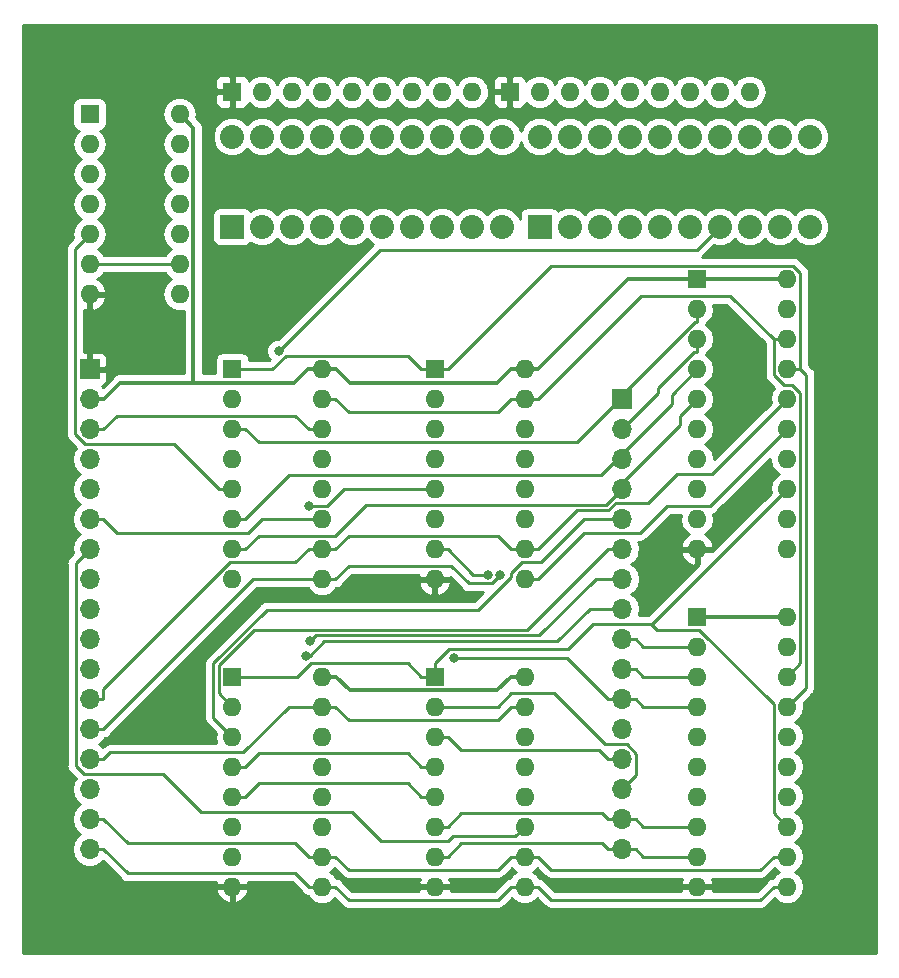
<source format=gbl>
G04 #@! TF.GenerationSoftware,KiCad,Pcbnew,5.0.2+dfsg1-1*
G04 #@! TF.CreationDate,2019-07-26T12:17:07+02:00*
G04 #@! TF.ProjectId,Program-Counter,50726f67-7261-46d2-9d43-6f756e746572,rev?*
G04 #@! TF.SameCoordinates,Original*
G04 #@! TF.FileFunction,Copper,L2,Bot*
G04 #@! TF.FilePolarity,Positive*
%FSLAX46Y46*%
G04 Gerber Fmt 4.6, Leading zero omitted, Abs format (unit mm)*
G04 Created by KiCad (PCBNEW 5.0.2+dfsg1-1) date vr 26 jul 2019 12:17:07 CEST*
%MOMM*%
%LPD*%
G01*
G04 APERTURE LIST*
G04 #@! TA.AperFunction,ComponentPad*
%ADD10R,1.600000X1.600000*%
G04 #@! TD*
G04 #@! TA.AperFunction,ComponentPad*
%ADD11O,1.600000X1.600000*%
G04 #@! TD*
G04 #@! TA.AperFunction,ComponentPad*
%ADD12O,1.700000X1.700000*%
G04 #@! TD*
G04 #@! TA.AperFunction,ComponentPad*
%ADD13R,1.700000X1.700000*%
G04 #@! TD*
G04 #@! TA.AperFunction,ComponentPad*
%ADD14C,2.032000*%
G04 #@! TD*
G04 #@! TA.AperFunction,ComponentPad*
%ADD15R,2.032000X2.032000*%
G04 #@! TD*
G04 #@! TA.AperFunction,ViaPad*
%ADD16C,0.800000*%
G04 #@! TD*
G04 #@! TA.AperFunction,Conductor*
%ADD17C,0.350000*%
G04 #@! TD*
G04 #@! TA.AperFunction,Conductor*
%ADD18C,0.250000*%
G04 #@! TD*
G04 #@! TA.AperFunction,Conductor*
%ADD19C,0.254000*%
G04 #@! TD*
G04 APERTURE END LIST*
D10*
G04 #@! TO.P,U4,1*
G04 #@! TO.N,DATA_BUS1*
X62865000Y-46990000D03*
D11*
G04 #@! TO.P,U4,9*
G04 #@! TO.N,DATA_BUS3*
X70485000Y-64770000D03*
G04 #@! TO.P,U4,2*
G04 #@! TO.N,Net-(BAR1-Pad9)*
X62865000Y-49530000D03*
G04 #@! TO.P,U4,10*
G04 #@! TO.N,DATA_BUS2*
X70485000Y-62230000D03*
G04 #@! TO.P,U4,3*
G04 #@! TO.N,Net-(BAR1-Pad10)*
X62865000Y-52070000D03*
G04 #@! TO.P,U4,11*
G04 #@! TO.N,~PC_H_LOAD*
X70485000Y-59690000D03*
G04 #@! TO.P,U4,4*
G04 #@! TO.N,~CLK_EN*
X62865000Y-54610000D03*
G04 #@! TO.P,U4,12*
G04 #@! TO.N,Net-(U4-Pad12)*
X70485000Y-57150000D03*
G04 #@! TO.P,U4,5*
G04 #@! TO.N,DOWN_~UP*
X62865000Y-57150000D03*
G04 #@! TO.P,U4,13*
G04 #@! TO.N,Net-(U4-Pad13)*
X70485000Y-54610000D03*
G04 #@! TO.P,U4,6*
G04 #@! TO.N,Net-(BAR1-Pad8)*
X62865000Y-59690000D03*
G04 #@! TO.P,U4,14*
G04 #@! TO.N,Net-(U3-Pad13)*
X70485000Y-52070000D03*
G04 #@! TO.P,U4,7*
G04 #@! TO.N,Net-(BAR1-Pad7)*
X62865000Y-62230000D03*
G04 #@! TO.P,U4,15*
G04 #@! TO.N,DATA_BUS0*
X70485000Y-49530000D03*
G04 #@! TO.P,U4,8*
G04 #@! TO.N,GND*
X62865000Y-64770000D03*
G04 #@! TO.P,U4,16*
G04 #@! TO.N,+5V*
X70485000Y-46990000D03*
G04 #@! TD*
D12*
G04 #@! TO.P,J2,16*
G04 #@! TO.N,Net-(BAR1-Pad3)*
X78740000Y-87630000D03*
G04 #@! TO.P,J2,15*
G04 #@! TO.N,Net-(BAR1-Pad4)*
X78740000Y-85090000D03*
G04 #@! TO.P,J2,14*
G04 #@! TO.N,Net-(BAR1-Pad5)*
X78740000Y-82550000D03*
G04 #@! TO.P,J2,13*
G04 #@! TO.N,Net-(BAR1-Pad6)*
X78740000Y-80010000D03*
G04 #@! TO.P,J2,12*
G04 #@! TO.N,Net-(BAR1-Pad7)*
X78740000Y-77470000D03*
G04 #@! TO.P,J2,11*
G04 #@! TO.N,Net-(BAR1-Pad8)*
X78740000Y-74930000D03*
G04 #@! TO.P,J2,10*
G04 #@! TO.N,Net-(BAR1-Pad9)*
X78740000Y-72390000D03*
G04 #@! TO.P,J2,9*
G04 #@! TO.N,Net-(BAR1-Pad10)*
X78740000Y-69850000D03*
G04 #@! TO.P,J2,8*
G04 #@! TO.N,Net-(BAR2-Pad1)*
X78740000Y-67310000D03*
G04 #@! TO.P,J2,7*
G04 #@! TO.N,Net-(BAR2-Pad2)*
X78740000Y-64770000D03*
G04 #@! TO.P,J2,6*
G04 #@! TO.N,Net-(BAR2-Pad3)*
X78740000Y-62230000D03*
G04 #@! TO.P,J2,5*
G04 #@! TO.N,Net-(BAR2-Pad4)*
X78740000Y-59690000D03*
G04 #@! TO.P,J2,4*
G04 #@! TO.N,Net-(BAR2-Pad5)*
X78740000Y-57150000D03*
G04 #@! TO.P,J2,3*
G04 #@! TO.N,Net-(BAR2-Pad6)*
X78740000Y-54610000D03*
G04 #@! TO.P,J2,2*
G04 #@! TO.N,Net-(BAR2-Pad7)*
X78740000Y-52070000D03*
D13*
G04 #@! TO.P,J2,1*
G04 #@! TO.N,Net-(BAR2-Pad8)*
X78740000Y-49530000D03*
G04 #@! TD*
G04 #@! TO.P,J1,1*
G04 #@! TO.N,GND*
X33655000Y-46990000D03*
D12*
G04 #@! TO.P,J1,2*
G04 #@! TO.N,+5V*
X33655000Y-49530000D03*
G04 #@! TO.P,J1,3*
G04 #@! TO.N,CLOCK*
X33655000Y-52070000D03*
G04 #@! TO.P,J1,4*
G04 #@! TO.N,PC_INC*
X33655000Y-54610000D03*
G04 #@! TO.P,J1,5*
G04 #@! TO.N,PC_DEC*
X33655000Y-57150000D03*
G04 #@! TO.P,J1,6*
G04 #@! TO.N,~PC_L_LOAD*
X33655000Y-59690000D03*
G04 #@! TO.P,J1,7*
G04 #@! TO.N,~PC_H_LOAD*
X33655000Y-62230000D03*
G04 #@! TO.P,J1,8*
G04 #@! TO.N,~PC_L_OUT*
X33655000Y-64770000D03*
G04 #@! TO.P,J1,9*
G04 #@! TO.N,~PC_H_OUT*
X33655000Y-67310000D03*
G04 #@! TO.P,J1,10*
G04 #@! TO.N,DATA_BUS0*
X33655000Y-69850000D03*
G04 #@! TO.P,J1,11*
G04 #@! TO.N,DATA_BUS1*
X33655000Y-72390000D03*
G04 #@! TO.P,J1,12*
G04 #@! TO.N,DATA_BUS2*
X33655000Y-74930000D03*
G04 #@! TO.P,J1,13*
G04 #@! TO.N,DATA_BUS3*
X33655000Y-77470000D03*
G04 #@! TO.P,J1,14*
G04 #@! TO.N,DATA_BUS4*
X33655000Y-80010000D03*
G04 #@! TO.P,J1,15*
G04 #@! TO.N,DATA_BUS5*
X33655000Y-82550000D03*
G04 #@! TO.P,J1,16*
G04 #@! TO.N,DATA_BUS6*
X33655000Y-85090000D03*
G04 #@! TO.P,J1,17*
G04 #@! TO.N,DATA_BUS7*
X33655000Y-87630000D03*
G04 #@! TD*
D14*
G04 #@! TO.P,BAR2,20*
G04 #@! TO.N,Net-(BAR2-Pad20)*
X71755000Y-27305000D03*
G04 #@! TO.P,BAR2,19*
G04 #@! TO.N,Net-(BAR2-Pad19)*
X74295000Y-27305000D03*
G04 #@! TO.P,BAR2,18*
G04 #@! TO.N,Net-(BAR2-Pad18)*
X76835000Y-27305000D03*
G04 #@! TO.P,BAR2,17*
G04 #@! TO.N,Net-(BAR2-Pad17)*
X79375000Y-27305000D03*
G04 #@! TO.P,BAR2,9*
G04 #@! TO.N,Net-(BAR2-Pad9)*
X92075000Y-34925000D03*
G04 #@! TO.P,BAR2,10*
G04 #@! TO.N,Net-(BAR2-Pad10)*
X94615000Y-34925000D03*
G04 #@! TO.P,BAR2,11*
G04 #@! TO.N,Net-(BAR2-Pad11)*
X94615000Y-27305000D03*
G04 #@! TO.P,BAR2,12*
G04 #@! TO.N,Net-(BAR2-Pad12)*
X92075000Y-27305000D03*
G04 #@! TO.P,BAR2,8*
G04 #@! TO.N,Net-(BAR2-Pad8)*
X89535000Y-34925000D03*
G04 #@! TO.P,BAR2,7*
G04 #@! TO.N,Net-(BAR2-Pad7)*
X86995000Y-34925000D03*
G04 #@! TO.P,BAR2,6*
G04 #@! TO.N,Net-(BAR2-Pad6)*
X84455000Y-34925000D03*
G04 #@! TO.P,BAR2,5*
G04 #@! TO.N,Net-(BAR2-Pad5)*
X81915000Y-34925000D03*
G04 #@! TO.P,BAR2,16*
G04 #@! TO.N,Net-(BAR2-Pad16)*
X81915000Y-27305000D03*
G04 #@! TO.P,BAR2,15*
G04 #@! TO.N,Net-(BAR2-Pad15)*
X84455000Y-27305000D03*
G04 #@! TO.P,BAR2,14*
G04 #@! TO.N,Net-(BAR2-Pad14)*
X86995000Y-27305000D03*
G04 #@! TO.P,BAR2,13*
G04 #@! TO.N,Net-(BAR2-Pad13)*
X89535000Y-27305000D03*
G04 #@! TO.P,BAR2,4*
G04 #@! TO.N,Net-(BAR2-Pad4)*
X79375000Y-34925000D03*
G04 #@! TO.P,BAR2,3*
G04 #@! TO.N,Net-(BAR2-Pad3)*
X76835000Y-34925000D03*
G04 #@! TO.P,BAR2,2*
G04 #@! TO.N,Net-(BAR2-Pad2)*
X74295000Y-34925000D03*
D15*
G04 #@! TO.P,BAR2,1*
G04 #@! TO.N,Net-(BAR2-Pad1)*
X71755000Y-34925000D03*
G04 #@! TD*
G04 #@! TO.P,BAR1,1*
G04 #@! TO.N,Net-(BAR1-Pad1)*
X45720000Y-34925000D03*
D14*
G04 #@! TO.P,BAR1,2*
G04 #@! TO.N,Net-(BAR1-Pad2)*
X48260000Y-34925000D03*
G04 #@! TO.P,BAR1,3*
G04 #@! TO.N,Net-(BAR1-Pad3)*
X50800000Y-34925000D03*
G04 #@! TO.P,BAR1,4*
G04 #@! TO.N,Net-(BAR1-Pad4)*
X53340000Y-34925000D03*
G04 #@! TO.P,BAR1,13*
G04 #@! TO.N,Net-(BAR1-Pad13)*
X63500000Y-27305000D03*
G04 #@! TO.P,BAR1,14*
G04 #@! TO.N,Net-(BAR1-Pad14)*
X60960000Y-27305000D03*
G04 #@! TO.P,BAR1,15*
G04 #@! TO.N,Net-(BAR1-Pad15)*
X58420000Y-27305000D03*
G04 #@! TO.P,BAR1,16*
G04 #@! TO.N,Net-(BAR1-Pad16)*
X55880000Y-27305000D03*
G04 #@! TO.P,BAR1,5*
G04 #@! TO.N,Net-(BAR1-Pad5)*
X55880000Y-34925000D03*
G04 #@! TO.P,BAR1,6*
G04 #@! TO.N,Net-(BAR1-Pad6)*
X58420000Y-34925000D03*
G04 #@! TO.P,BAR1,7*
G04 #@! TO.N,Net-(BAR1-Pad7)*
X60960000Y-34925000D03*
G04 #@! TO.P,BAR1,8*
G04 #@! TO.N,Net-(BAR1-Pad8)*
X63500000Y-34925000D03*
G04 #@! TO.P,BAR1,12*
G04 #@! TO.N,Net-(BAR1-Pad12)*
X66040000Y-27305000D03*
G04 #@! TO.P,BAR1,11*
G04 #@! TO.N,Net-(BAR1-Pad11)*
X68580000Y-27305000D03*
G04 #@! TO.P,BAR1,10*
G04 #@! TO.N,Net-(BAR1-Pad10)*
X68580000Y-34925000D03*
G04 #@! TO.P,BAR1,9*
G04 #@! TO.N,Net-(BAR1-Pad9)*
X66040000Y-34925000D03*
G04 #@! TO.P,BAR1,17*
G04 #@! TO.N,Net-(BAR1-Pad17)*
X53340000Y-27305000D03*
G04 #@! TO.P,BAR1,18*
G04 #@! TO.N,Net-(BAR1-Pad18)*
X50800000Y-27305000D03*
G04 #@! TO.P,BAR1,19*
G04 #@! TO.N,Net-(BAR1-Pad19)*
X48260000Y-27305000D03*
G04 #@! TO.P,BAR1,20*
G04 #@! TO.N,Net-(BAR1-Pad20)*
X45720000Y-27305000D03*
G04 #@! TD*
D10*
G04 #@! TO.P,U1,1*
G04 #@! TO.N,DOWN_~UP*
X33655000Y-25400000D03*
D11*
G04 #@! TO.P,U1,8*
G04 #@! TO.N,PC_INC*
X41275000Y-40640000D03*
G04 #@! TO.P,U1,2*
X33655000Y-27940000D03*
G04 #@! TO.P,U1,9*
G04 #@! TO.N,PC_DEC*
X41275000Y-38100000D03*
G04 #@! TO.P,U1,3*
G04 #@! TO.N,Net-(U1-Pad3)*
X33655000Y-30480000D03*
G04 #@! TO.P,U1,10*
G04 #@! TO.N,~CLK_EN*
X41275000Y-35560000D03*
G04 #@! TO.P,U1,4*
G04 #@! TO.N,Net-(U1-Pad3)*
X33655000Y-33020000D03*
G04 #@! TO.P,U1,11*
G04 #@! TO.N,N/C*
X41275000Y-33020000D03*
G04 #@! TO.P,U1,5*
G04 #@! TO.N,DOWN_~UP*
X33655000Y-35560000D03*
G04 #@! TO.P,U1,12*
G04 #@! TO.N,N/C*
X41275000Y-30480000D03*
G04 #@! TO.P,U1,6*
G04 #@! TO.N,PC_DEC*
X33655000Y-38100000D03*
G04 #@! TO.P,U1,13*
G04 #@! TO.N,N/C*
X41275000Y-27940000D03*
G04 #@! TO.P,U1,7*
G04 #@! TO.N,GND*
X33655000Y-40640000D03*
G04 #@! TO.P,U1,14*
G04 #@! TO.N,+5V*
X41275000Y-25400000D03*
G04 #@! TD*
G04 #@! TO.P,U5,16*
G04 #@! TO.N,+5V*
X70485000Y-73025000D03*
G04 #@! TO.P,U5,8*
G04 #@! TO.N,GND*
X62865000Y-90805000D03*
G04 #@! TO.P,U5,15*
G04 #@! TO.N,DATA_BUS4*
X70485000Y-75565000D03*
G04 #@! TO.P,U5,7*
G04 #@! TO.N,Net-(BAR1-Pad3)*
X62865000Y-88265000D03*
G04 #@! TO.P,U5,14*
G04 #@! TO.N,Net-(U4-Pad13)*
X70485000Y-78105000D03*
G04 #@! TO.P,U5,6*
G04 #@! TO.N,Net-(BAR1-Pad4)*
X62865000Y-85725000D03*
G04 #@! TO.P,U5,13*
G04 #@! TO.N,Net-(U5-Pad13)*
X70485000Y-80645000D03*
G04 #@! TO.P,U5,5*
G04 #@! TO.N,DOWN_~UP*
X62865000Y-83185000D03*
G04 #@! TO.P,U5,12*
G04 #@! TO.N,Net-(U5-Pad12)*
X70485000Y-83185000D03*
G04 #@! TO.P,U5,4*
G04 #@! TO.N,~CLK_EN*
X62865000Y-80645000D03*
G04 #@! TO.P,U5,11*
G04 #@! TO.N,~PC_H_LOAD*
X70485000Y-85725000D03*
G04 #@! TO.P,U5,3*
G04 #@! TO.N,Net-(BAR1-Pad6)*
X62865000Y-78105000D03*
G04 #@! TO.P,U5,10*
G04 #@! TO.N,DATA_BUS6*
X70485000Y-88265000D03*
G04 #@! TO.P,U5,2*
G04 #@! TO.N,Net-(BAR1-Pad5)*
X62865000Y-75565000D03*
G04 #@! TO.P,U5,9*
G04 #@! TO.N,DATA_BUS7*
X70485000Y-90805000D03*
D10*
G04 #@! TO.P,U5,1*
G04 #@! TO.N,DATA_BUS5*
X62865000Y-73025000D03*
G04 #@! TD*
D11*
G04 #@! TO.P,U3,16*
G04 #@! TO.N,+5V*
X53340000Y-73025000D03*
G04 #@! TO.P,U3,8*
G04 #@! TO.N,GND*
X45720000Y-90805000D03*
G04 #@! TO.P,U3,15*
G04 #@! TO.N,DATA_BUS4*
X53340000Y-75565000D03*
G04 #@! TO.P,U3,7*
G04 #@! TO.N,Net-(BAR2-Pad1)*
X45720000Y-88265000D03*
G04 #@! TO.P,U3,14*
G04 #@! TO.N,Net-(U2-Pad13)*
X53340000Y-78105000D03*
G04 #@! TO.P,U3,6*
G04 #@! TO.N,Net-(BAR2-Pad2)*
X45720000Y-85725000D03*
G04 #@! TO.P,U3,13*
G04 #@! TO.N,Net-(U3-Pad13)*
X53340000Y-80645000D03*
G04 #@! TO.P,U3,5*
G04 #@! TO.N,DOWN_~UP*
X45720000Y-83185000D03*
G04 #@! TO.P,U3,12*
G04 #@! TO.N,Net-(U3-Pad12)*
X53340000Y-83185000D03*
G04 #@! TO.P,U3,4*
G04 #@! TO.N,~CLK_EN*
X45720000Y-80645000D03*
G04 #@! TO.P,U3,11*
G04 #@! TO.N,~PC_L_LOAD*
X53340000Y-85725000D03*
G04 #@! TO.P,U3,3*
G04 #@! TO.N,Net-(BAR2-Pad4)*
X45720000Y-78105000D03*
G04 #@! TO.P,U3,10*
G04 #@! TO.N,DATA_BUS6*
X53340000Y-88265000D03*
G04 #@! TO.P,U3,2*
G04 #@! TO.N,Net-(BAR2-Pad3)*
X45720000Y-75565000D03*
G04 #@! TO.P,U3,9*
G04 #@! TO.N,DATA_BUS7*
X53340000Y-90805000D03*
D10*
G04 #@! TO.P,U3,1*
G04 #@! TO.N,DATA_BUS5*
X45720000Y-73025000D03*
G04 #@! TD*
G04 #@! TO.P,U2,1*
G04 #@! TO.N,DATA_BUS1*
X45720000Y-46990000D03*
D11*
G04 #@! TO.P,U2,9*
G04 #@! TO.N,DATA_BUS3*
X53340000Y-64770000D03*
G04 #@! TO.P,U2,2*
G04 #@! TO.N,Net-(BAR2-Pad7)*
X45720000Y-49530000D03*
G04 #@! TO.P,U2,10*
G04 #@! TO.N,DATA_BUS2*
X53340000Y-62230000D03*
G04 #@! TO.P,U2,3*
G04 #@! TO.N,Net-(BAR2-Pad8)*
X45720000Y-52070000D03*
G04 #@! TO.P,U2,11*
G04 #@! TO.N,~PC_L_LOAD*
X53340000Y-59690000D03*
G04 #@! TO.P,U2,4*
G04 #@! TO.N,~CLK_EN*
X45720000Y-54610000D03*
G04 #@! TO.P,U2,12*
G04 #@! TO.N,Net-(U2-Pad12)*
X53340000Y-57150000D03*
G04 #@! TO.P,U2,5*
G04 #@! TO.N,DOWN_~UP*
X45720000Y-57150000D03*
G04 #@! TO.P,U2,13*
G04 #@! TO.N,Net-(U2-Pad13)*
X53340000Y-54610000D03*
G04 #@! TO.P,U2,6*
G04 #@! TO.N,Net-(BAR2-Pad6)*
X45720000Y-59690000D03*
G04 #@! TO.P,U2,14*
G04 #@! TO.N,CLOCK*
X53340000Y-52070000D03*
G04 #@! TO.P,U2,7*
G04 #@! TO.N,Net-(BAR2-Pad5)*
X45720000Y-62230000D03*
G04 #@! TO.P,U2,15*
G04 #@! TO.N,DATA_BUS0*
X53340000Y-49530000D03*
G04 #@! TO.P,U2,8*
G04 #@! TO.N,GND*
X45720000Y-64770000D03*
G04 #@! TO.P,U2,16*
G04 #@! TO.N,+5V*
X53340000Y-46990000D03*
G04 #@! TD*
G04 #@! TO.P,U7,20*
G04 #@! TO.N,+5V*
X92710000Y-67945000D03*
G04 #@! TO.P,U7,10*
G04 #@! TO.N,GND*
X85090000Y-90805000D03*
G04 #@! TO.P,U7,19*
G04 #@! TO.N,~PC_H_OUT*
X92710000Y-70485000D03*
G04 #@! TO.P,U7,9*
G04 #@! TO.N,Net-(BAR1-Pad3)*
X85090000Y-88265000D03*
G04 #@! TO.P,U7,18*
G04 #@! TO.N,DATA_BUS0*
X92710000Y-73025000D03*
G04 #@! TO.P,U7,8*
G04 #@! TO.N,Net-(BAR1-Pad4)*
X85090000Y-85725000D03*
G04 #@! TO.P,U7,17*
G04 #@! TO.N,DATA_BUS1*
X92710000Y-75565000D03*
G04 #@! TO.P,U7,7*
G04 #@! TO.N,Net-(BAR1-Pad5)*
X85090000Y-83185000D03*
G04 #@! TO.P,U7,16*
G04 #@! TO.N,DATA_BUS2*
X92710000Y-78105000D03*
G04 #@! TO.P,U7,6*
G04 #@! TO.N,Net-(BAR1-Pad6)*
X85090000Y-80645000D03*
G04 #@! TO.P,U7,15*
G04 #@! TO.N,DATA_BUS3*
X92710000Y-80645000D03*
G04 #@! TO.P,U7,5*
G04 #@! TO.N,Net-(BAR1-Pad7)*
X85090000Y-78105000D03*
G04 #@! TO.P,U7,14*
G04 #@! TO.N,DATA_BUS4*
X92710000Y-83185000D03*
G04 #@! TO.P,U7,4*
G04 #@! TO.N,Net-(BAR1-Pad8)*
X85090000Y-75565000D03*
G04 #@! TO.P,U7,13*
G04 #@! TO.N,DATA_BUS5*
X92710000Y-85725000D03*
G04 #@! TO.P,U7,3*
G04 #@! TO.N,Net-(BAR1-Pad9)*
X85090000Y-73025000D03*
G04 #@! TO.P,U7,12*
G04 #@! TO.N,DATA_BUS6*
X92710000Y-88265000D03*
G04 #@! TO.P,U7,2*
G04 #@! TO.N,Net-(BAR1-Pad10)*
X85090000Y-70485000D03*
G04 #@! TO.P,U7,11*
G04 #@! TO.N,DATA_BUS7*
X92710000Y-90805000D03*
D10*
G04 #@! TO.P,U7,1*
G04 #@! TO.N,+5V*
X85090000Y-67945000D03*
G04 #@! TD*
G04 #@! TO.P,U6,1*
G04 #@! TO.N,+5V*
X85090000Y-39370000D03*
D11*
G04 #@! TO.P,U6,11*
G04 #@! TO.N,DATA_BUS7*
X92710000Y-62230000D03*
G04 #@! TO.P,U6,2*
G04 #@! TO.N,Net-(BAR2-Pad8)*
X85090000Y-41910000D03*
G04 #@! TO.P,U6,12*
G04 #@! TO.N,DATA_BUS6*
X92710000Y-59690000D03*
G04 #@! TO.P,U6,3*
G04 #@! TO.N,Net-(BAR2-Pad7)*
X85090000Y-44450000D03*
G04 #@! TO.P,U6,13*
G04 #@! TO.N,DATA_BUS5*
X92710000Y-57150000D03*
G04 #@! TO.P,U6,4*
G04 #@! TO.N,Net-(BAR2-Pad6)*
X85090000Y-46990000D03*
G04 #@! TO.P,U6,14*
G04 #@! TO.N,DATA_BUS4*
X92710000Y-54610000D03*
G04 #@! TO.P,U6,5*
G04 #@! TO.N,Net-(BAR2-Pad5)*
X85090000Y-49530000D03*
G04 #@! TO.P,U6,15*
G04 #@! TO.N,DATA_BUS3*
X92710000Y-52070000D03*
G04 #@! TO.P,U6,6*
G04 #@! TO.N,Net-(BAR2-Pad4)*
X85090000Y-52070000D03*
G04 #@! TO.P,U6,16*
G04 #@! TO.N,DATA_BUS2*
X92710000Y-49530000D03*
G04 #@! TO.P,U6,7*
G04 #@! TO.N,Net-(BAR2-Pad3)*
X85090000Y-54610000D03*
G04 #@! TO.P,U6,17*
G04 #@! TO.N,DATA_BUS1*
X92710000Y-46990000D03*
G04 #@! TO.P,U6,8*
G04 #@! TO.N,Net-(BAR2-Pad2)*
X85090000Y-57150000D03*
G04 #@! TO.P,U6,18*
G04 #@! TO.N,DATA_BUS0*
X92710000Y-44450000D03*
G04 #@! TO.P,U6,9*
G04 #@! TO.N,Net-(BAR2-Pad1)*
X85090000Y-59690000D03*
G04 #@! TO.P,U6,19*
G04 #@! TO.N,~PC_L_OUT*
X92710000Y-41910000D03*
G04 #@! TO.P,U6,10*
G04 #@! TO.N,GND*
X85090000Y-62230000D03*
G04 #@! TO.P,U6,20*
G04 #@! TO.N,+5V*
X92710000Y-39370000D03*
G04 #@! TD*
G04 #@! TO.P,RN2,9*
G04 #@! TO.N,Net-(BAR2-Pad13)*
X89535000Y-23495000D03*
G04 #@! TO.P,RN2,8*
G04 #@! TO.N,Net-(BAR2-Pad14)*
X86995000Y-23495000D03*
G04 #@! TO.P,RN2,7*
G04 #@! TO.N,Net-(BAR2-Pad15)*
X84455000Y-23495000D03*
G04 #@! TO.P,RN2,6*
G04 #@! TO.N,Net-(BAR2-Pad16)*
X81915000Y-23495000D03*
G04 #@! TO.P,RN2,5*
G04 #@! TO.N,Net-(BAR2-Pad17)*
X79375000Y-23495000D03*
G04 #@! TO.P,RN2,4*
G04 #@! TO.N,Net-(BAR2-Pad18)*
X76835000Y-23495000D03*
G04 #@! TO.P,RN2,3*
G04 #@! TO.N,Net-(BAR2-Pad19)*
X74295000Y-23495000D03*
G04 #@! TO.P,RN2,2*
G04 #@! TO.N,Net-(BAR2-Pad20)*
X71755000Y-23495000D03*
D10*
G04 #@! TO.P,RN2,1*
G04 #@! TO.N,GND*
X69215000Y-23495000D03*
G04 #@! TD*
G04 #@! TO.P,RN1,1*
G04 #@! TO.N,GND*
X45720000Y-23495000D03*
D11*
G04 #@! TO.P,RN1,2*
G04 #@! TO.N,Net-(BAR1-Pad18)*
X48260000Y-23495000D03*
G04 #@! TO.P,RN1,3*
G04 #@! TO.N,Net-(BAR1-Pad17)*
X50800000Y-23495000D03*
G04 #@! TO.P,RN1,4*
G04 #@! TO.N,Net-(BAR1-Pad16)*
X53340000Y-23495000D03*
G04 #@! TO.P,RN1,5*
G04 #@! TO.N,Net-(BAR1-Pad15)*
X55880000Y-23495000D03*
G04 #@! TO.P,RN1,6*
G04 #@! TO.N,Net-(BAR1-Pad14)*
X58420000Y-23495000D03*
G04 #@! TO.P,RN1,7*
G04 #@! TO.N,Net-(BAR1-Pad13)*
X60960000Y-23495000D03*
G04 #@! TO.P,RN1,8*
G04 #@! TO.N,Net-(BAR1-Pad12)*
X63500000Y-23495000D03*
G04 #@! TO.P,RN1,9*
G04 #@! TO.N,Net-(BAR1-Pad11)*
X66040000Y-23495000D03*
G04 #@! TD*
D16*
G04 #@! TO.N,GND*
X88900000Y-45720000D03*
X88900000Y-49784000D03*
X36830000Y-39878000D03*
X36830000Y-36195000D03*
X45720000Y-68453000D03*
X88646000Y-90678000D03*
X88646000Y-94234000D03*
X58547000Y-90678000D03*
X49149000Y-90932000D03*
X42545000Y-77851000D03*
X95377000Y-45720000D03*
X88900000Y-58420000D03*
G04 #@! TO.N,Net-(BAR2-Pad7)*
X49666800Y-45442700D03*
G04 #@! TO.N,DATA_BUS3*
X68423600Y-64411500D03*
G04 #@! TO.N,Net-(BAR2-Pad2)*
X52335700Y-69998700D03*
G04 #@! TO.N,Net-(BAR2-Pad1)*
X52012700Y-71239300D03*
G04 #@! TO.N,Net-(BAR1-Pad7)*
X67423200Y-64386100D03*
G04 #@! TO.N,Net-(BAR1-Pad8)*
X64481500Y-71418700D03*
G04 #@! TO.N,DOWN_~UP*
X52249900Y-58595700D03*
G04 #@! TD*
D17*
G04 #@! TO.N,GND*
X88900000Y-49784000D02*
X88900000Y-45720000D01*
G04 #@! TO.N,+5V*
X42450300Y-48165300D02*
X36245000Y-48165300D01*
X36245000Y-48165300D02*
X34880300Y-49530000D01*
X52164700Y-46990000D02*
X50989400Y-48165300D01*
X50989400Y-48165300D02*
X42450300Y-48165300D01*
X33655000Y-49530000D02*
X34880300Y-49530000D01*
X53340000Y-46990000D02*
X52164700Y-46990000D01*
X53927700Y-46990000D02*
X53340000Y-46990000D01*
X85090000Y-39370000D02*
X79280300Y-39370000D01*
X79280300Y-39370000D02*
X71660300Y-46990000D01*
X92710000Y-39370000D02*
X85090000Y-39370000D01*
X70485000Y-46990000D02*
X71660300Y-46990000D01*
X53927700Y-46990000D02*
X54515300Y-46990000D01*
X70485000Y-46990000D02*
X69309700Y-46990000D01*
X54515300Y-46990000D02*
X55690700Y-48165400D01*
X55690700Y-48165400D02*
X68134300Y-48165400D01*
X68134300Y-48165400D02*
X69309700Y-46990000D01*
X70485000Y-73025000D02*
X69309700Y-73025000D01*
X53340000Y-73025000D02*
X54515300Y-73025000D01*
X54515300Y-73025000D02*
X55690700Y-74200400D01*
X55690700Y-74200400D02*
X68134300Y-74200400D01*
X68134300Y-74200400D02*
X69309700Y-73025000D01*
X85090000Y-67945000D02*
X92710000Y-67945000D01*
X42450300Y-26575300D02*
X42450300Y-28448000D01*
X41275000Y-25400000D02*
X42450300Y-26575300D01*
X42450300Y-28448000D02*
X42450300Y-48165300D01*
D18*
G04 #@! TO.N,DATA_BUS7*
X70485000Y-90805000D02*
X71610300Y-90805000D01*
X92710000Y-90805000D02*
X91584700Y-90805000D01*
X91584700Y-90805000D02*
X90459400Y-91930300D01*
X90459400Y-91930300D02*
X72735600Y-91930300D01*
X72735600Y-91930300D02*
X71610300Y-90805000D01*
X53340000Y-90805000D02*
X54465300Y-90805000D01*
X70485000Y-90805000D02*
X69359700Y-90805000D01*
X69359700Y-90805000D02*
X68234400Y-91930300D01*
X68234400Y-91930300D02*
X55590600Y-91930300D01*
X55590600Y-91930300D02*
X54465300Y-90805000D01*
X33655000Y-87630000D02*
X34830300Y-87630000D01*
X53340000Y-90805000D02*
X52214700Y-90805000D01*
X52214700Y-90805000D02*
X51089400Y-89679700D01*
X51089400Y-89679700D02*
X36880000Y-89679700D01*
X36880000Y-89679700D02*
X34830300Y-87630000D01*
G04 #@! TO.N,Net-(BAR2-Pad8)*
X45720000Y-52070000D02*
X46845300Y-52070000D01*
X78740000Y-49362100D02*
X74906800Y-53195300D01*
X74906800Y-53195300D02*
X47970600Y-53195300D01*
X47970600Y-53195300D02*
X46845300Y-52070000D01*
X78740000Y-49362100D02*
X78740000Y-49197200D01*
X78740000Y-49530000D02*
X78740000Y-49362100D01*
X85090000Y-41910000D02*
X85090000Y-43035300D01*
X85090000Y-43035300D02*
X84901900Y-43035300D01*
X84901900Y-43035300D02*
X78740000Y-49197200D01*
G04 #@! TO.N,DATA_BUS6*
X70485000Y-88265000D02*
X71610300Y-88265000D01*
X92710000Y-88265000D02*
X91584700Y-88265000D01*
X91584700Y-88265000D02*
X90459400Y-89390300D01*
X90459400Y-89390300D02*
X72735600Y-89390300D01*
X72735600Y-89390300D02*
X71610300Y-88265000D01*
X53340000Y-88265000D02*
X54465300Y-88265000D01*
X70485000Y-88265000D02*
X69359700Y-88265000D01*
X69359700Y-88265000D02*
X68234400Y-89390300D01*
X68234400Y-89390300D02*
X55590600Y-89390300D01*
X55590600Y-89390300D02*
X54465300Y-88265000D01*
X53340000Y-88265000D02*
X52214700Y-88265000D01*
X52214700Y-88265000D02*
X51089400Y-87139700D01*
X51089400Y-87139700D02*
X36880000Y-87139700D01*
X36880000Y-87139700D02*
X34830300Y-85090000D01*
X33655000Y-85090000D02*
X34830300Y-85090000D01*
G04 #@! TO.N,Net-(BAR2-Pad7)*
X86995000Y-34925000D02*
X85055500Y-36864500D01*
X85055500Y-36864500D02*
X58245000Y-36864500D01*
X58245000Y-36864500D02*
X49666800Y-45442700D01*
X85090000Y-44450000D02*
X85090000Y-45575300D01*
X85090000Y-45575300D02*
X84808600Y-45575300D01*
X81788000Y-49022000D02*
X81788000Y-48595900D01*
X78740000Y-52070000D02*
X81788000Y-49022000D01*
X84808600Y-45575300D02*
X81788000Y-48595900D01*
G04 #@! TO.N,DATA_BUS5*
X76294700Y-68580000D02*
X74181300Y-70693400D01*
X74181300Y-70693400D02*
X64071300Y-70693400D01*
X64071300Y-70693400D02*
X62865000Y-71899700D01*
X46845300Y-73025000D02*
X51252800Y-73025000D01*
X51252800Y-73025000D02*
X52378100Y-71899700D01*
X52378100Y-71899700D02*
X60614400Y-71899700D01*
X60614400Y-71899700D02*
X61739700Y-73025000D01*
X62865000Y-73025000D02*
X61739700Y-73025000D01*
X62865000Y-73025000D02*
X62865000Y-71899700D01*
X45720000Y-73025000D02*
X46845300Y-73025000D01*
X84200601Y-69070001D02*
X84201000Y-69070400D01*
X84148200Y-69070400D02*
X84201000Y-69070400D01*
X81280000Y-68580000D02*
X83820000Y-66040000D01*
X83820000Y-66040000D02*
X82890900Y-66969100D01*
X80436000Y-68580000D02*
X80010000Y-68580000D01*
X80010000Y-68580000D02*
X76294700Y-68580000D01*
X92710000Y-57150000D02*
X83820000Y-66040000D01*
X81170999Y-68580000D02*
X81661000Y-69070001D01*
X80772000Y-68580000D02*
X81170999Y-68580000D01*
X80010000Y-68580000D02*
X80772000Y-68580000D01*
X80772000Y-68580000D02*
X81280000Y-68580000D01*
X81661000Y-69070001D02*
X84200601Y-69070001D01*
X85283700Y-69070400D02*
X84201000Y-69070400D01*
X91584700Y-75371400D02*
X85283700Y-69070400D01*
X91584700Y-84599700D02*
X91584700Y-75371400D01*
X92710000Y-85725000D02*
X91584700Y-84599700D01*
G04 #@! TO.N,Net-(BAR2-Pad6)*
X45720000Y-59690000D02*
X46845300Y-59690000D01*
X78740000Y-54159900D02*
X76939500Y-55960400D01*
X76939500Y-55960400D02*
X50574900Y-55960400D01*
X50574900Y-55960400D02*
X46845300Y-59690000D01*
X78740000Y-54610000D02*
X78740000Y-54159900D01*
X82931000Y-49149000D02*
X82931000Y-49968900D01*
X85090000Y-46990000D02*
X82931000Y-49149000D01*
X82931000Y-49968900D02*
X78740000Y-54159900D01*
G04 #@! TO.N,DATA_BUS4*
X69359700Y-75565000D02*
X68234400Y-76690300D01*
X68234400Y-76690300D02*
X55590600Y-76690300D01*
X55590600Y-76690300D02*
X54465300Y-75565000D01*
X70485000Y-75565000D02*
X69359700Y-75565000D01*
X53340000Y-75565000D02*
X54465300Y-75565000D01*
X33655000Y-80010000D02*
X34830300Y-80010000D01*
X53340000Y-75565000D02*
X50510500Y-75565000D01*
X50510500Y-75565000D02*
X46648900Y-79426600D01*
X46648900Y-79426600D02*
X35413700Y-79426600D01*
X35413700Y-79426600D02*
X34830300Y-80010000D01*
G04 #@! TO.N,Net-(BAR2-Pad5)*
X45720000Y-62230000D02*
X46845300Y-62230000D01*
X78740000Y-57117300D02*
X77357900Y-58499400D01*
X77357900Y-58499400D02*
X57065900Y-58499400D01*
X57065900Y-58499400D02*
X54460600Y-61104700D01*
X54460600Y-61104700D02*
X47970600Y-61104700D01*
X47970600Y-61104700D02*
X46845300Y-62230000D01*
X78740000Y-57117300D02*
X78740000Y-56627500D01*
X78740000Y-57150000D02*
X78740000Y-57117300D01*
X85090000Y-49530000D02*
X83678500Y-50941500D01*
X83678500Y-50941500D02*
X83678500Y-51689000D01*
X83678500Y-51689000D02*
X78740000Y-56627500D01*
G04 #@! TO.N,DATA_BUS3*
X54465300Y-64770000D02*
X55590600Y-63644700D01*
X55590600Y-63644700D02*
X64275000Y-63644700D01*
X64275000Y-63644700D02*
X65771600Y-65141300D01*
X65771600Y-65141300D02*
X67693800Y-65141300D01*
X67693800Y-65141300D02*
X68423600Y-64411500D01*
X53340000Y-64770000D02*
X54465300Y-64770000D01*
X34830300Y-77470000D02*
X47530300Y-64770000D01*
X47530300Y-64770000D02*
X53340000Y-64770000D01*
X33655000Y-77470000D02*
X34830300Y-77470000D01*
X71610300Y-64770000D02*
X70485000Y-64770000D01*
X92710000Y-52070000D02*
X86228300Y-58551700D01*
X86228300Y-58551700D02*
X82569800Y-58551700D01*
X82569800Y-58551700D02*
X80256100Y-60865400D01*
X80256100Y-60865400D02*
X75514900Y-60865400D01*
X75514900Y-60865400D02*
X71610300Y-64770000D01*
G04 #@! TO.N,Net-(BAR2-Pad4)*
X75560300Y-59690000D02*
X78740000Y-59690000D01*
X70296900Y-63355400D02*
X71894900Y-63355400D01*
X69359600Y-64292700D02*
X70296900Y-63355400D01*
X69359600Y-64554700D02*
X69359600Y-64292700D01*
X71894900Y-63355400D02*
X75560300Y-59690000D01*
X45720000Y-78105000D02*
X44130500Y-76515500D01*
X48673400Y-67365200D02*
X66549100Y-67365200D01*
X44130500Y-76515500D02*
X44130500Y-71908100D01*
X44130500Y-71908100D02*
X48673400Y-67365200D01*
X66549100Y-67365200D02*
X69359600Y-64554700D01*
G04 #@! TO.N,DATA_BUS2*
X53340000Y-62230000D02*
X54465300Y-62230000D01*
X33655000Y-74930000D02*
X34830300Y-74930000D01*
X53340000Y-62230000D02*
X52214700Y-62230000D01*
X52214700Y-62230000D02*
X51089400Y-63355300D01*
X51089400Y-63355300D02*
X45523500Y-63355300D01*
X45523500Y-63355300D02*
X34830300Y-74048500D01*
X34830300Y-74048500D02*
X34830300Y-74930000D01*
X69359700Y-62230000D02*
X68234400Y-61104700D01*
X68234400Y-61104700D02*
X55590600Y-61104700D01*
X55590600Y-61104700D02*
X54465300Y-62230000D01*
X70485000Y-62230000D02*
X69359700Y-62230000D01*
X71610300Y-62230000D02*
X70485000Y-62230000D01*
X74890500Y-58949800D02*
X71610300Y-62230000D01*
X77578800Y-58949800D02*
X74890500Y-58949800D01*
X92710000Y-49530000D02*
X86360000Y-55880000D01*
X83363800Y-55880000D02*
X80918400Y-58325400D01*
X86360000Y-55880000D02*
X83363800Y-55880000D01*
X80918400Y-58325400D02*
X78203200Y-58325400D01*
X78203200Y-58325400D02*
X77578800Y-58949800D01*
G04 #@! TO.N,Net-(BAR2-Pad3)*
X45720000Y-75565000D02*
X44594700Y-74439700D01*
X77564700Y-62230000D02*
X78740000Y-62230000D01*
X47584400Y-69094000D02*
X70700700Y-69094000D01*
X44594700Y-74439700D02*
X44594700Y-72083700D01*
X44594700Y-72083700D02*
X47584400Y-69094000D01*
X70700700Y-69094000D02*
X77564700Y-62230000D01*
G04 #@! TO.N,DATA_BUS1*
X46845300Y-46990000D02*
X49145300Y-46990000D01*
X49145300Y-46990000D02*
X50270600Y-45864700D01*
X50270600Y-45864700D02*
X60614400Y-45864700D01*
X60614400Y-45864700D02*
X61739700Y-46990000D01*
X93835300Y-46990000D02*
X93835300Y-38855700D01*
X93835300Y-38855700D02*
X93211300Y-38231700D01*
X93211300Y-38231700D02*
X72748600Y-38231700D01*
X72748600Y-38231700D02*
X63990300Y-46990000D01*
X94320200Y-47474900D02*
X93835300Y-46990000D01*
X92710000Y-46990000D02*
X93835300Y-46990000D01*
X62865000Y-46990000D02*
X63990300Y-46990000D01*
X62865000Y-46990000D02*
X61739700Y-46990000D01*
X45720000Y-46990000D02*
X46845300Y-46990000D01*
X94297310Y-73977690D02*
X94297310Y-72158890D01*
X94297310Y-72158890D02*
X94320200Y-72136000D01*
X92710000Y-75565000D02*
X94297310Y-73977690D01*
X94320200Y-72136000D02*
X94320200Y-47474900D01*
G04 #@! TO.N,Net-(BAR2-Pad2)*
X78740000Y-64770000D02*
X76520000Y-64770000D01*
X76520000Y-64770000D02*
X71745600Y-69544400D01*
X71745600Y-69544400D02*
X52790000Y-69544400D01*
X52790000Y-69544400D02*
X52335700Y-69998700D01*
G04 #@! TO.N,DATA_BUS0*
X70485000Y-49530000D02*
X71610300Y-49530000D01*
X92710000Y-44450000D02*
X91584700Y-44450000D01*
X91584700Y-44450000D02*
X87898600Y-40763900D01*
X87898600Y-40763900D02*
X80376400Y-40763900D01*
X80376400Y-40763900D02*
X71610300Y-49530000D01*
X53340000Y-49530000D02*
X54465300Y-49530000D01*
X70485000Y-49530000D02*
X69359700Y-49530000D01*
X69359700Y-49530000D02*
X68234400Y-50655300D01*
X68234400Y-50655300D02*
X55590600Y-50655300D01*
X55590600Y-50655300D02*
X54465300Y-49530000D01*
X91584700Y-47462600D02*
X91584700Y-44450000D01*
X92710000Y-73025000D02*
X93847300Y-71887700D01*
X93847300Y-49047500D02*
X93133700Y-48333900D01*
X93847300Y-71887700D02*
X93847300Y-49047500D01*
X93133700Y-48333900D02*
X92456000Y-48333900D01*
X92456000Y-48333900D02*
X91584700Y-47462600D01*
G04 #@! TO.N,Net-(BAR2-Pad1)*
X78740000Y-67310000D02*
X75997700Y-67310000D01*
X75997700Y-67310000D02*
X73269600Y-70038100D01*
X73269600Y-70038100D02*
X53521800Y-70038100D01*
X53521800Y-70038100D02*
X52320600Y-71239300D01*
X52320600Y-71239300D02*
X52012700Y-71239300D01*
G04 #@! TO.N,Net-(BAR1-Pad3)*
X78740000Y-87630000D02*
X79915300Y-87630000D01*
X85090000Y-88265000D02*
X80550300Y-88265000D01*
X80550300Y-88265000D02*
X79915300Y-87630000D01*
X63990300Y-88265000D02*
X65115600Y-87139700D01*
X65115600Y-87139700D02*
X77074400Y-87139700D01*
X77074400Y-87139700D02*
X77564700Y-87630000D01*
X62865000Y-88265000D02*
X63990300Y-88265000D01*
X78740000Y-87630000D02*
X77564700Y-87630000D01*
G04 #@! TO.N,Net-(BAR1-Pad4)*
X78740000Y-85090000D02*
X79915300Y-85090000D01*
X85090000Y-85725000D02*
X80550300Y-85725000D01*
X80550300Y-85725000D02*
X79915300Y-85090000D01*
X78740000Y-85090000D02*
X77564700Y-85090000D01*
X62865000Y-85725000D02*
X63990300Y-85725000D01*
X63990300Y-85725000D02*
X65129300Y-84586000D01*
X65129300Y-84586000D02*
X77060700Y-84586000D01*
X77060700Y-84586000D02*
X77564700Y-85090000D01*
G04 #@! TO.N,Net-(BAR1-Pad5)*
X68199000Y-75565000D02*
X62865000Y-75565000D01*
X69338400Y-74425600D02*
X68199000Y-75565000D01*
X78740000Y-82550000D02*
X79959600Y-81330400D01*
X77274500Y-78740000D02*
X72960100Y-74425600D01*
X72960100Y-74425600D02*
X69338400Y-74425600D01*
X79959600Y-81330400D02*
X79959600Y-79566600D01*
X79959600Y-79566600D02*
X79133000Y-78740000D01*
X79133000Y-78740000D02*
X77274500Y-78740000D01*
G04 #@! TO.N,Net-(BAR1-Pad6)*
X62865000Y-78105000D02*
X63990300Y-78105000D01*
X78740000Y-80010000D02*
X77564700Y-80010000D01*
X77564700Y-80010000D02*
X76785000Y-79230300D01*
X76785000Y-79230300D02*
X65115600Y-79230300D01*
X65115600Y-79230300D02*
X63990300Y-78105000D01*
G04 #@! TO.N,Net-(BAR1-Pad7)*
X63990300Y-62230000D02*
X66146400Y-64386100D01*
X66146400Y-64386100D02*
X67423200Y-64386100D01*
X62865000Y-62230000D02*
X63990300Y-62230000D01*
G04 #@! TO.N,Net-(BAR1-Pad8)*
X78740000Y-74930000D02*
X79915300Y-74930000D01*
X85090000Y-75565000D02*
X80550300Y-75565000D01*
X80550300Y-75565000D02*
X79915300Y-74930000D01*
X77564700Y-74930000D02*
X74053400Y-71418700D01*
X74053400Y-71418700D02*
X64481500Y-71418700D01*
X78740000Y-74930000D02*
X77564700Y-74930000D01*
G04 #@! TO.N,Net-(BAR1-Pad9)*
X78740000Y-72390000D02*
X79915300Y-72390000D01*
X85090000Y-73025000D02*
X80550300Y-73025000D01*
X80550300Y-73025000D02*
X79915300Y-72390000D01*
G04 #@! TO.N,Net-(BAR1-Pad10)*
X78740000Y-69850000D02*
X79915300Y-69850000D01*
X85090000Y-70485000D02*
X80550300Y-70485000D01*
X80550300Y-70485000D02*
X79915300Y-69850000D01*
G04 #@! TO.N,~PC_L_LOAD*
X33655000Y-59690000D02*
X34830300Y-59690000D01*
X53340000Y-59690000D02*
X48255300Y-59690000D01*
X48255300Y-59690000D02*
X47080000Y-60865300D01*
X47080000Y-60865300D02*
X36005600Y-60865300D01*
X36005600Y-60865300D02*
X34830300Y-59690000D01*
G04 #@! TO.N,~CLK_EN*
X62865000Y-80645000D02*
X61739700Y-80645000D01*
X45720000Y-80645000D02*
X46845300Y-80645000D01*
X46845300Y-80645000D02*
X47970600Y-79519700D01*
X47970600Y-79519700D02*
X60614400Y-79519700D01*
X60614400Y-79519700D02*
X61739700Y-80645000D01*
G04 #@! TO.N,DOWN_~UP*
X52249900Y-58595700D02*
X52281000Y-58564600D01*
X52281000Y-58564600D02*
X53796500Y-58564600D01*
X53796500Y-58564600D02*
X55211100Y-57150000D01*
X55211100Y-57150000D02*
X62865000Y-57150000D01*
X62865000Y-83185000D02*
X61739700Y-83185000D01*
X45720000Y-83185000D02*
X46845300Y-83185000D01*
X46845300Y-83185000D02*
X47970600Y-82059700D01*
X47970600Y-82059700D02*
X60614400Y-82059700D01*
X60614400Y-82059700D02*
X61739700Y-83185000D01*
X44594700Y-57150000D02*
X45720000Y-57150000D01*
X33655000Y-35560000D02*
X32431300Y-36783700D01*
X32431300Y-52512600D02*
X33258700Y-53340000D01*
X32431300Y-36783700D02*
X32431300Y-52512600D01*
X33258700Y-53340000D02*
X40784700Y-53340000D01*
X40784700Y-53340000D02*
X44594700Y-57150000D01*
G04 #@! TO.N,CLOCK*
X53340000Y-52070000D02*
X52214700Y-52070000D01*
X33655000Y-52070000D02*
X34830300Y-52070000D01*
X34830300Y-52070000D02*
X35955600Y-50944700D01*
X35955600Y-50944700D02*
X51089400Y-50944700D01*
X51089400Y-50944700D02*
X52214700Y-52070000D01*
G04 #@! TO.N,~PC_H_LOAD*
X64007599Y-86906400D02*
X64389000Y-86524999D01*
X69685001Y-86524999D02*
X70485000Y-85725000D01*
X58327200Y-86906400D02*
X64007599Y-86906400D01*
X64389000Y-86524999D02*
X69685001Y-86524999D01*
X43056500Y-84455000D02*
X55875800Y-84455000D01*
X39881500Y-81280000D02*
X43056500Y-84455000D01*
X55875800Y-84455000D02*
X58327200Y-86906400D01*
X33173500Y-81280000D02*
X39881500Y-81280000D01*
X32479700Y-80586200D02*
X33173500Y-81280000D01*
X32479700Y-63405300D02*
X32479700Y-80586200D01*
X33655000Y-62230000D02*
X32479700Y-63405300D01*
G04 #@! TO.N,PC_DEC*
X33655000Y-38100000D02*
X41275000Y-38100000D01*
G04 #@! TD*
D19*
G04 #@! TO.N,GND*
G36*
X100255001Y-96445000D02*
X28015000Y-96445000D01*
X28015000Y-91154039D01*
X44328096Y-91154039D01*
X44488959Y-91542423D01*
X44864866Y-91957389D01*
X45370959Y-92196914D01*
X45593000Y-92075629D01*
X45593000Y-90932000D01*
X45847000Y-90932000D01*
X45847000Y-92075629D01*
X46069041Y-92196914D01*
X46575134Y-91957389D01*
X46951041Y-91542423D01*
X47111904Y-91154039D01*
X46989915Y-90932000D01*
X45847000Y-90932000D01*
X45593000Y-90932000D01*
X44450085Y-90932000D01*
X44328096Y-91154039D01*
X28015000Y-91154039D01*
X28015000Y-36783700D01*
X31656412Y-36783700D01*
X31671300Y-36858547D01*
X31671301Y-52437748D01*
X31656412Y-52512600D01*
X31671301Y-52587452D01*
X31715397Y-52809137D01*
X31883372Y-53060529D01*
X31946827Y-53102929D01*
X32503825Y-53659927D01*
X32256161Y-54030582D01*
X32140908Y-54610000D01*
X32256161Y-55189418D01*
X32584375Y-55680625D01*
X32882761Y-55880000D01*
X32584375Y-56079375D01*
X32256161Y-56570582D01*
X32140908Y-57150000D01*
X32256161Y-57729418D01*
X32584375Y-58220625D01*
X32882761Y-58420000D01*
X32584375Y-58619375D01*
X32256161Y-59110582D01*
X32140908Y-59690000D01*
X32256161Y-60269418D01*
X32584375Y-60760625D01*
X32882761Y-60960000D01*
X32584375Y-61159375D01*
X32256161Y-61650582D01*
X32140908Y-62230000D01*
X32213791Y-62596408D01*
X31995230Y-62814969D01*
X31931771Y-62857371D01*
X31763796Y-63108764D01*
X31719700Y-63330449D01*
X31719700Y-63330453D01*
X31704812Y-63405300D01*
X31719700Y-63480147D01*
X31719701Y-80511348D01*
X31704812Y-80586200D01*
X31719701Y-80661052D01*
X31763797Y-80882737D01*
X31931772Y-81134129D01*
X31995227Y-81176528D01*
X32469698Y-81651001D01*
X32256161Y-81970582D01*
X32140908Y-82550000D01*
X32256161Y-83129418D01*
X32584375Y-83620625D01*
X32882761Y-83820000D01*
X32584375Y-84019375D01*
X32256161Y-84510582D01*
X32140908Y-85090000D01*
X32256161Y-85669418D01*
X32584375Y-86160625D01*
X32882761Y-86360000D01*
X32584375Y-86559375D01*
X32256161Y-87050582D01*
X32140908Y-87630000D01*
X32256161Y-88209418D01*
X32584375Y-88700625D01*
X33075582Y-89028839D01*
X33508744Y-89115000D01*
X33801256Y-89115000D01*
X34234418Y-89028839D01*
X34725625Y-88700625D01*
X34765879Y-88640380D01*
X36289670Y-90164172D01*
X36332071Y-90227629D01*
X36583463Y-90395604D01*
X36805148Y-90439700D01*
X36805152Y-90439700D01*
X36880000Y-90454588D01*
X36954848Y-90439700D01*
X44334831Y-90439700D01*
X44328096Y-90455961D01*
X44450085Y-90678000D01*
X45593000Y-90678000D01*
X45593000Y-90658000D01*
X45847000Y-90658000D01*
X45847000Y-90678000D01*
X46989915Y-90678000D01*
X47111904Y-90455961D01*
X47105169Y-90439700D01*
X50774599Y-90439700D01*
X51624370Y-91289472D01*
X51666771Y-91352929D01*
X51918163Y-91520904D01*
X52119214Y-91560896D01*
X52305423Y-91839577D01*
X52780091Y-92156740D01*
X53198667Y-92240000D01*
X53481333Y-92240000D01*
X53899909Y-92156740D01*
X54374577Y-91839577D01*
X54394804Y-91809305D01*
X55000271Y-92414773D01*
X55042671Y-92478229D01*
X55294063Y-92646204D01*
X55515748Y-92690300D01*
X55515752Y-92690300D01*
X55590600Y-92705188D01*
X55665448Y-92690300D01*
X68159553Y-92690300D01*
X68234400Y-92705188D01*
X68309247Y-92690300D01*
X68309252Y-92690300D01*
X68530937Y-92646204D01*
X68782329Y-92478229D01*
X68824731Y-92414770D01*
X69430196Y-91809305D01*
X69450423Y-91839577D01*
X69925091Y-92156740D01*
X70343667Y-92240000D01*
X70626333Y-92240000D01*
X71044909Y-92156740D01*
X71519577Y-91839577D01*
X71539804Y-91809305D01*
X72145271Y-92414773D01*
X72187671Y-92478229D01*
X72439063Y-92646204D01*
X72660748Y-92690300D01*
X72660752Y-92690300D01*
X72735600Y-92705188D01*
X72810448Y-92690300D01*
X90384553Y-92690300D01*
X90459400Y-92705188D01*
X90534247Y-92690300D01*
X90534252Y-92690300D01*
X90755937Y-92646204D01*
X91007329Y-92478229D01*
X91049731Y-92414770D01*
X91655196Y-91809305D01*
X91675423Y-91839577D01*
X92150091Y-92156740D01*
X92568667Y-92240000D01*
X92851333Y-92240000D01*
X93269909Y-92156740D01*
X93744577Y-91839577D01*
X94061740Y-91364909D01*
X94173113Y-90805000D01*
X94061740Y-90245091D01*
X93744577Y-89770423D01*
X93392242Y-89535000D01*
X93744577Y-89299577D01*
X94061740Y-88824909D01*
X94173113Y-88265000D01*
X94061740Y-87705091D01*
X93744577Y-87230423D01*
X93392242Y-86995000D01*
X93744577Y-86759577D01*
X94061740Y-86284909D01*
X94173113Y-85725000D01*
X94061740Y-85165091D01*
X93744577Y-84690423D01*
X93392242Y-84455000D01*
X93744577Y-84219577D01*
X94061740Y-83744909D01*
X94173113Y-83185000D01*
X94061740Y-82625091D01*
X93744577Y-82150423D01*
X93392242Y-81915000D01*
X93744577Y-81679577D01*
X94061740Y-81204909D01*
X94173113Y-80645000D01*
X94061740Y-80085091D01*
X93744577Y-79610423D01*
X93392242Y-79375000D01*
X93744577Y-79139577D01*
X94061740Y-78664909D01*
X94173113Y-78105000D01*
X94061740Y-77545091D01*
X93744577Y-77070423D01*
X93392242Y-76835000D01*
X93744577Y-76599577D01*
X94061740Y-76124909D01*
X94173113Y-75565000D01*
X94108688Y-75241114D01*
X94781786Y-74568017D01*
X94845239Y-74525619D01*
X94887637Y-74462166D01*
X94887639Y-74462164D01*
X94971412Y-74336788D01*
X95013214Y-74274227D01*
X95057310Y-74052542D01*
X95057310Y-74052538D01*
X95072198Y-73977691D01*
X95057310Y-73902844D01*
X95057310Y-72325928D01*
X95080200Y-72210852D01*
X95080200Y-72210848D01*
X95095088Y-72136001D01*
X95080200Y-72061154D01*
X95080200Y-47549746D01*
X95095088Y-47474899D01*
X95080200Y-47400052D01*
X95080200Y-47400048D01*
X95036104Y-47178363D01*
X94868129Y-46926971D01*
X94804672Y-46884571D01*
X94595300Y-46675199D01*
X94595300Y-38930546D01*
X94610188Y-38855699D01*
X94595300Y-38780852D01*
X94595300Y-38780848D01*
X94551204Y-38559163D01*
X94383229Y-38307771D01*
X94319773Y-38265371D01*
X93801631Y-37747230D01*
X93759229Y-37683771D01*
X93507837Y-37515796D01*
X93286152Y-37471700D01*
X93286147Y-37471700D01*
X93211300Y-37456812D01*
X93136453Y-37471700D01*
X85514724Y-37471700D01*
X85603429Y-37412429D01*
X85645831Y-37348970D01*
X86491379Y-36503423D01*
X86666596Y-36576000D01*
X87323404Y-36576000D01*
X87930216Y-36324650D01*
X88265000Y-35989866D01*
X88599784Y-36324650D01*
X89206596Y-36576000D01*
X89863404Y-36576000D01*
X90470216Y-36324650D01*
X90805000Y-35989866D01*
X91139784Y-36324650D01*
X91746596Y-36576000D01*
X92403404Y-36576000D01*
X93010216Y-36324650D01*
X93345000Y-35989866D01*
X93679784Y-36324650D01*
X94286596Y-36576000D01*
X94943404Y-36576000D01*
X95550216Y-36324650D01*
X96014650Y-35860216D01*
X96266000Y-35253404D01*
X96266000Y-34596596D01*
X96014650Y-33989784D01*
X95550216Y-33525350D01*
X94943404Y-33274000D01*
X94286596Y-33274000D01*
X93679784Y-33525350D01*
X93345000Y-33860134D01*
X93010216Y-33525350D01*
X92403404Y-33274000D01*
X91746596Y-33274000D01*
X91139784Y-33525350D01*
X90805000Y-33860134D01*
X90470216Y-33525350D01*
X89863404Y-33274000D01*
X89206596Y-33274000D01*
X88599784Y-33525350D01*
X88265000Y-33860134D01*
X87930216Y-33525350D01*
X87323404Y-33274000D01*
X86666596Y-33274000D01*
X86059784Y-33525350D01*
X85725000Y-33860134D01*
X85390216Y-33525350D01*
X84783404Y-33274000D01*
X84126596Y-33274000D01*
X83519784Y-33525350D01*
X83185000Y-33860134D01*
X82850216Y-33525350D01*
X82243404Y-33274000D01*
X81586596Y-33274000D01*
X80979784Y-33525350D01*
X80645000Y-33860134D01*
X80310216Y-33525350D01*
X79703404Y-33274000D01*
X79046596Y-33274000D01*
X78439784Y-33525350D01*
X78105000Y-33860134D01*
X77770216Y-33525350D01*
X77163404Y-33274000D01*
X76506596Y-33274000D01*
X75899784Y-33525350D01*
X75565000Y-33860134D01*
X75230216Y-33525350D01*
X74623404Y-33274000D01*
X73966596Y-33274000D01*
X73359784Y-33525350D01*
X73310975Y-33574159D01*
X73228809Y-33451191D01*
X73018765Y-33310843D01*
X72771000Y-33261560D01*
X70739000Y-33261560D01*
X70491235Y-33310843D01*
X70281191Y-33451191D01*
X70140843Y-33661235D01*
X70091560Y-33909000D01*
X70091560Y-34259958D01*
X69979650Y-33989784D01*
X69515216Y-33525350D01*
X68908404Y-33274000D01*
X68251596Y-33274000D01*
X67644784Y-33525350D01*
X67310000Y-33860134D01*
X66975216Y-33525350D01*
X66368404Y-33274000D01*
X65711596Y-33274000D01*
X65104784Y-33525350D01*
X64770000Y-33860134D01*
X64435216Y-33525350D01*
X63828404Y-33274000D01*
X63171596Y-33274000D01*
X62564784Y-33525350D01*
X62230000Y-33860134D01*
X61895216Y-33525350D01*
X61288404Y-33274000D01*
X60631596Y-33274000D01*
X60024784Y-33525350D01*
X59690000Y-33860134D01*
X59355216Y-33525350D01*
X58748404Y-33274000D01*
X58091596Y-33274000D01*
X57484784Y-33525350D01*
X57150000Y-33860134D01*
X56815216Y-33525350D01*
X56208404Y-33274000D01*
X55551596Y-33274000D01*
X54944784Y-33525350D01*
X54610000Y-33860134D01*
X54275216Y-33525350D01*
X53668404Y-33274000D01*
X53011596Y-33274000D01*
X52404784Y-33525350D01*
X52070000Y-33860134D01*
X51735216Y-33525350D01*
X51128404Y-33274000D01*
X50471596Y-33274000D01*
X49864784Y-33525350D01*
X49530000Y-33860134D01*
X49195216Y-33525350D01*
X48588404Y-33274000D01*
X47931596Y-33274000D01*
X47324784Y-33525350D01*
X47275975Y-33574159D01*
X47193809Y-33451191D01*
X46983765Y-33310843D01*
X46736000Y-33261560D01*
X44704000Y-33261560D01*
X44456235Y-33310843D01*
X44246191Y-33451191D01*
X44105843Y-33661235D01*
X44056560Y-33909000D01*
X44056560Y-35941000D01*
X44105843Y-36188765D01*
X44246191Y-36398809D01*
X44456235Y-36539157D01*
X44704000Y-36588440D01*
X46736000Y-36588440D01*
X46983765Y-36539157D01*
X47193809Y-36398809D01*
X47275975Y-36275841D01*
X47324784Y-36324650D01*
X47931596Y-36576000D01*
X48588404Y-36576000D01*
X49195216Y-36324650D01*
X49530000Y-35989866D01*
X49864784Y-36324650D01*
X50471596Y-36576000D01*
X51128404Y-36576000D01*
X51735216Y-36324650D01*
X52070000Y-35989866D01*
X52404784Y-36324650D01*
X53011596Y-36576000D01*
X53668404Y-36576000D01*
X54275216Y-36324650D01*
X54610000Y-35989866D01*
X54944784Y-36324650D01*
X55551596Y-36576000D01*
X56208404Y-36576000D01*
X56815216Y-36324650D01*
X57150000Y-35989866D01*
X57484784Y-36324650D01*
X57644070Y-36390628D01*
X49626999Y-44407700D01*
X49460926Y-44407700D01*
X49080520Y-44565269D01*
X48789369Y-44856420D01*
X48631800Y-45236826D01*
X48631800Y-45648574D01*
X48789369Y-46028980D01*
X48910444Y-46150055D01*
X48830499Y-46230000D01*
X47167440Y-46230000D01*
X47167440Y-46190000D01*
X47118157Y-45942235D01*
X46977809Y-45732191D01*
X46767765Y-45591843D01*
X46520000Y-45542560D01*
X44920000Y-45542560D01*
X44672235Y-45591843D01*
X44462191Y-45732191D01*
X44321843Y-45942235D01*
X44272560Y-46190000D01*
X44272560Y-47355300D01*
X43260300Y-47355300D01*
X43260300Y-26976596D01*
X44069000Y-26976596D01*
X44069000Y-27633404D01*
X44320350Y-28240216D01*
X44784784Y-28704650D01*
X45391596Y-28956000D01*
X46048404Y-28956000D01*
X46655216Y-28704650D01*
X46990000Y-28369866D01*
X47324784Y-28704650D01*
X47931596Y-28956000D01*
X48588404Y-28956000D01*
X49195216Y-28704650D01*
X49530000Y-28369866D01*
X49864784Y-28704650D01*
X50471596Y-28956000D01*
X51128404Y-28956000D01*
X51735216Y-28704650D01*
X52070000Y-28369866D01*
X52404784Y-28704650D01*
X53011596Y-28956000D01*
X53668404Y-28956000D01*
X54275216Y-28704650D01*
X54610000Y-28369866D01*
X54944784Y-28704650D01*
X55551596Y-28956000D01*
X56208404Y-28956000D01*
X56815216Y-28704650D01*
X57150000Y-28369866D01*
X57484784Y-28704650D01*
X58091596Y-28956000D01*
X58748404Y-28956000D01*
X59355216Y-28704650D01*
X59690000Y-28369866D01*
X60024784Y-28704650D01*
X60631596Y-28956000D01*
X61288404Y-28956000D01*
X61895216Y-28704650D01*
X62230000Y-28369866D01*
X62564784Y-28704650D01*
X63171596Y-28956000D01*
X63828404Y-28956000D01*
X64435216Y-28704650D01*
X64770000Y-28369866D01*
X65104784Y-28704650D01*
X65711596Y-28956000D01*
X66368404Y-28956000D01*
X66975216Y-28704650D01*
X67310000Y-28369866D01*
X67644784Y-28704650D01*
X68251596Y-28956000D01*
X68908404Y-28956000D01*
X69515216Y-28704650D01*
X69979650Y-28240216D01*
X70167500Y-27786706D01*
X70355350Y-28240216D01*
X70819784Y-28704650D01*
X71426596Y-28956000D01*
X72083404Y-28956000D01*
X72690216Y-28704650D01*
X73025000Y-28369866D01*
X73359784Y-28704650D01*
X73966596Y-28956000D01*
X74623404Y-28956000D01*
X75230216Y-28704650D01*
X75565000Y-28369866D01*
X75899784Y-28704650D01*
X76506596Y-28956000D01*
X77163404Y-28956000D01*
X77770216Y-28704650D01*
X78105000Y-28369866D01*
X78439784Y-28704650D01*
X79046596Y-28956000D01*
X79703404Y-28956000D01*
X80310216Y-28704650D01*
X80645000Y-28369866D01*
X80979784Y-28704650D01*
X81586596Y-28956000D01*
X82243404Y-28956000D01*
X82850216Y-28704650D01*
X83185000Y-28369866D01*
X83519784Y-28704650D01*
X84126596Y-28956000D01*
X84783404Y-28956000D01*
X85390216Y-28704650D01*
X85725000Y-28369866D01*
X86059784Y-28704650D01*
X86666596Y-28956000D01*
X87323404Y-28956000D01*
X87930216Y-28704650D01*
X88265000Y-28369866D01*
X88599784Y-28704650D01*
X89206596Y-28956000D01*
X89863404Y-28956000D01*
X90470216Y-28704650D01*
X90805000Y-28369866D01*
X91139784Y-28704650D01*
X91746596Y-28956000D01*
X92403404Y-28956000D01*
X93010216Y-28704650D01*
X93345000Y-28369866D01*
X93679784Y-28704650D01*
X94286596Y-28956000D01*
X94943404Y-28956000D01*
X95550216Y-28704650D01*
X96014650Y-28240216D01*
X96266000Y-27633404D01*
X96266000Y-26976596D01*
X96014650Y-26369784D01*
X95550216Y-25905350D01*
X94943404Y-25654000D01*
X94286596Y-25654000D01*
X93679784Y-25905350D01*
X93345000Y-26240134D01*
X93010216Y-25905350D01*
X92403404Y-25654000D01*
X91746596Y-25654000D01*
X91139784Y-25905350D01*
X90805000Y-26240134D01*
X90470216Y-25905350D01*
X89863404Y-25654000D01*
X89206596Y-25654000D01*
X88599784Y-25905350D01*
X88265000Y-26240134D01*
X87930216Y-25905350D01*
X87323404Y-25654000D01*
X86666596Y-25654000D01*
X86059784Y-25905350D01*
X85725000Y-26240134D01*
X85390216Y-25905350D01*
X84783404Y-25654000D01*
X84126596Y-25654000D01*
X83519784Y-25905350D01*
X83185000Y-26240134D01*
X82850216Y-25905350D01*
X82243404Y-25654000D01*
X81586596Y-25654000D01*
X80979784Y-25905350D01*
X80645000Y-26240134D01*
X80310216Y-25905350D01*
X79703404Y-25654000D01*
X79046596Y-25654000D01*
X78439784Y-25905350D01*
X78105000Y-26240134D01*
X77770216Y-25905350D01*
X77163404Y-25654000D01*
X76506596Y-25654000D01*
X75899784Y-25905350D01*
X75565000Y-26240134D01*
X75230216Y-25905350D01*
X74623404Y-25654000D01*
X73966596Y-25654000D01*
X73359784Y-25905350D01*
X73025000Y-26240134D01*
X72690216Y-25905350D01*
X72083404Y-25654000D01*
X71426596Y-25654000D01*
X70819784Y-25905350D01*
X70355350Y-26369784D01*
X70167500Y-26823294D01*
X69979650Y-26369784D01*
X69515216Y-25905350D01*
X68908404Y-25654000D01*
X68251596Y-25654000D01*
X67644784Y-25905350D01*
X67310000Y-26240134D01*
X66975216Y-25905350D01*
X66368404Y-25654000D01*
X65711596Y-25654000D01*
X65104784Y-25905350D01*
X64770000Y-26240134D01*
X64435216Y-25905350D01*
X63828404Y-25654000D01*
X63171596Y-25654000D01*
X62564784Y-25905350D01*
X62230000Y-26240134D01*
X61895216Y-25905350D01*
X61288404Y-25654000D01*
X60631596Y-25654000D01*
X60024784Y-25905350D01*
X59690000Y-26240134D01*
X59355216Y-25905350D01*
X58748404Y-25654000D01*
X58091596Y-25654000D01*
X57484784Y-25905350D01*
X57150000Y-26240134D01*
X56815216Y-25905350D01*
X56208404Y-25654000D01*
X55551596Y-25654000D01*
X54944784Y-25905350D01*
X54610000Y-26240134D01*
X54275216Y-25905350D01*
X53668404Y-25654000D01*
X53011596Y-25654000D01*
X52404784Y-25905350D01*
X52070000Y-26240134D01*
X51735216Y-25905350D01*
X51128404Y-25654000D01*
X50471596Y-25654000D01*
X49864784Y-25905350D01*
X49530000Y-26240134D01*
X49195216Y-25905350D01*
X48588404Y-25654000D01*
X47931596Y-25654000D01*
X47324784Y-25905350D01*
X46990000Y-26240134D01*
X46655216Y-25905350D01*
X46048404Y-25654000D01*
X45391596Y-25654000D01*
X44784784Y-25905350D01*
X44320350Y-26369784D01*
X44069000Y-26976596D01*
X43260300Y-26976596D01*
X43260300Y-26655072D01*
X43276168Y-26575299D01*
X43250800Y-26447765D01*
X43213303Y-26259254D01*
X43034277Y-25991323D01*
X42966647Y-25946134D01*
X42685420Y-25664907D01*
X42738113Y-25400000D01*
X42626740Y-24840091D01*
X42309577Y-24365423D01*
X41834909Y-24048260D01*
X41416333Y-23965000D01*
X41133667Y-23965000D01*
X40715091Y-24048260D01*
X40240423Y-24365423D01*
X39923260Y-24840091D01*
X39811887Y-25400000D01*
X39923260Y-25959909D01*
X40240423Y-26434577D01*
X40592758Y-26670000D01*
X40240423Y-26905423D01*
X39923260Y-27380091D01*
X39811887Y-27940000D01*
X39923260Y-28499909D01*
X40240423Y-28974577D01*
X40592758Y-29210000D01*
X40240423Y-29445423D01*
X39923260Y-29920091D01*
X39811887Y-30480000D01*
X39923260Y-31039909D01*
X40240423Y-31514577D01*
X40592758Y-31750000D01*
X40240423Y-31985423D01*
X39923260Y-32460091D01*
X39811887Y-33020000D01*
X39923260Y-33579909D01*
X40240423Y-34054577D01*
X40592758Y-34290000D01*
X40240423Y-34525423D01*
X39923260Y-35000091D01*
X39811887Y-35560000D01*
X39923260Y-36119909D01*
X40240423Y-36594577D01*
X40592758Y-36830000D01*
X40240423Y-37065423D01*
X40056957Y-37340000D01*
X34873043Y-37340000D01*
X34689577Y-37065423D01*
X34337242Y-36830000D01*
X34689577Y-36594577D01*
X35006740Y-36119909D01*
X35118113Y-35560000D01*
X35006740Y-35000091D01*
X34689577Y-34525423D01*
X34337242Y-34290000D01*
X34689577Y-34054577D01*
X35006740Y-33579909D01*
X35118113Y-33020000D01*
X35006740Y-32460091D01*
X34689577Y-31985423D01*
X34337242Y-31750000D01*
X34689577Y-31514577D01*
X35006740Y-31039909D01*
X35118113Y-30480000D01*
X35006740Y-29920091D01*
X34689577Y-29445423D01*
X34337242Y-29210000D01*
X34689577Y-28974577D01*
X35006740Y-28499909D01*
X35118113Y-27940000D01*
X35006740Y-27380091D01*
X34689577Y-26905423D01*
X34568894Y-26824785D01*
X34702765Y-26798157D01*
X34912809Y-26657809D01*
X35053157Y-26447765D01*
X35102440Y-26200000D01*
X35102440Y-24600000D01*
X35053157Y-24352235D01*
X34912809Y-24142191D01*
X34702765Y-24001843D01*
X34455000Y-23952560D01*
X32855000Y-23952560D01*
X32607235Y-24001843D01*
X32397191Y-24142191D01*
X32256843Y-24352235D01*
X32207560Y-24600000D01*
X32207560Y-26200000D01*
X32256843Y-26447765D01*
X32397191Y-26657809D01*
X32607235Y-26798157D01*
X32741106Y-26824785D01*
X32620423Y-26905423D01*
X32303260Y-27380091D01*
X32191887Y-27940000D01*
X32303260Y-28499909D01*
X32620423Y-28974577D01*
X32972758Y-29210000D01*
X32620423Y-29445423D01*
X32303260Y-29920091D01*
X32191887Y-30480000D01*
X32303260Y-31039909D01*
X32620423Y-31514577D01*
X32972758Y-31750000D01*
X32620423Y-31985423D01*
X32303260Y-32460091D01*
X32191887Y-33020000D01*
X32303260Y-33579909D01*
X32620423Y-34054577D01*
X32972758Y-34290000D01*
X32620423Y-34525423D01*
X32303260Y-35000091D01*
X32191887Y-35560000D01*
X32256312Y-35883887D01*
X31946830Y-36193369D01*
X31883371Y-36235771D01*
X31715396Y-36487164D01*
X31671300Y-36708849D01*
X31671300Y-36708853D01*
X31656412Y-36783700D01*
X28015000Y-36783700D01*
X28015000Y-23780750D01*
X44285000Y-23780750D01*
X44285000Y-24421310D01*
X44381673Y-24654699D01*
X44560302Y-24833327D01*
X44793691Y-24930000D01*
X45434250Y-24930000D01*
X45593000Y-24771250D01*
X45593000Y-23622000D01*
X44443750Y-23622000D01*
X44285000Y-23780750D01*
X28015000Y-23780750D01*
X28015000Y-22568690D01*
X44285000Y-22568690D01*
X44285000Y-23209250D01*
X44443750Y-23368000D01*
X45593000Y-23368000D01*
X45593000Y-22218750D01*
X45847000Y-22218750D01*
X45847000Y-23368000D01*
X45867000Y-23368000D01*
X45867000Y-23622000D01*
X45847000Y-23622000D01*
X45847000Y-24771250D01*
X46005750Y-24930000D01*
X46646309Y-24930000D01*
X46879698Y-24833327D01*
X47058327Y-24654699D01*
X47154266Y-24423083D01*
X47225423Y-24529577D01*
X47700091Y-24846740D01*
X48118667Y-24930000D01*
X48401333Y-24930000D01*
X48819909Y-24846740D01*
X49294577Y-24529577D01*
X49530000Y-24177242D01*
X49765423Y-24529577D01*
X50240091Y-24846740D01*
X50658667Y-24930000D01*
X50941333Y-24930000D01*
X51359909Y-24846740D01*
X51834577Y-24529577D01*
X52070000Y-24177242D01*
X52305423Y-24529577D01*
X52780091Y-24846740D01*
X53198667Y-24930000D01*
X53481333Y-24930000D01*
X53899909Y-24846740D01*
X54374577Y-24529577D01*
X54610000Y-24177242D01*
X54845423Y-24529577D01*
X55320091Y-24846740D01*
X55738667Y-24930000D01*
X56021333Y-24930000D01*
X56439909Y-24846740D01*
X56914577Y-24529577D01*
X57150000Y-24177242D01*
X57385423Y-24529577D01*
X57860091Y-24846740D01*
X58278667Y-24930000D01*
X58561333Y-24930000D01*
X58979909Y-24846740D01*
X59454577Y-24529577D01*
X59690000Y-24177242D01*
X59925423Y-24529577D01*
X60400091Y-24846740D01*
X60818667Y-24930000D01*
X61101333Y-24930000D01*
X61519909Y-24846740D01*
X61994577Y-24529577D01*
X62230000Y-24177242D01*
X62465423Y-24529577D01*
X62940091Y-24846740D01*
X63358667Y-24930000D01*
X63641333Y-24930000D01*
X64059909Y-24846740D01*
X64534577Y-24529577D01*
X64770000Y-24177242D01*
X65005423Y-24529577D01*
X65480091Y-24846740D01*
X65898667Y-24930000D01*
X66181333Y-24930000D01*
X66599909Y-24846740D01*
X67074577Y-24529577D01*
X67391740Y-24054909D01*
X67446273Y-23780750D01*
X67780000Y-23780750D01*
X67780000Y-24421310D01*
X67876673Y-24654699D01*
X68055302Y-24833327D01*
X68288691Y-24930000D01*
X68929250Y-24930000D01*
X69088000Y-24771250D01*
X69088000Y-23622000D01*
X67938750Y-23622000D01*
X67780000Y-23780750D01*
X67446273Y-23780750D01*
X67503113Y-23495000D01*
X67391740Y-22935091D01*
X67146919Y-22568690D01*
X67780000Y-22568690D01*
X67780000Y-23209250D01*
X67938750Y-23368000D01*
X69088000Y-23368000D01*
X69088000Y-22218750D01*
X69342000Y-22218750D01*
X69342000Y-23368000D01*
X69362000Y-23368000D01*
X69362000Y-23622000D01*
X69342000Y-23622000D01*
X69342000Y-24771250D01*
X69500750Y-24930000D01*
X70141309Y-24930000D01*
X70374698Y-24833327D01*
X70553327Y-24654699D01*
X70649266Y-24423083D01*
X70720423Y-24529577D01*
X71195091Y-24846740D01*
X71613667Y-24930000D01*
X71896333Y-24930000D01*
X72314909Y-24846740D01*
X72789577Y-24529577D01*
X73025000Y-24177242D01*
X73260423Y-24529577D01*
X73735091Y-24846740D01*
X74153667Y-24930000D01*
X74436333Y-24930000D01*
X74854909Y-24846740D01*
X75329577Y-24529577D01*
X75565000Y-24177242D01*
X75800423Y-24529577D01*
X76275091Y-24846740D01*
X76693667Y-24930000D01*
X76976333Y-24930000D01*
X77394909Y-24846740D01*
X77869577Y-24529577D01*
X78105000Y-24177242D01*
X78340423Y-24529577D01*
X78815091Y-24846740D01*
X79233667Y-24930000D01*
X79516333Y-24930000D01*
X79934909Y-24846740D01*
X80409577Y-24529577D01*
X80645000Y-24177242D01*
X80880423Y-24529577D01*
X81355091Y-24846740D01*
X81773667Y-24930000D01*
X82056333Y-24930000D01*
X82474909Y-24846740D01*
X82949577Y-24529577D01*
X83185000Y-24177242D01*
X83420423Y-24529577D01*
X83895091Y-24846740D01*
X84313667Y-24930000D01*
X84596333Y-24930000D01*
X85014909Y-24846740D01*
X85489577Y-24529577D01*
X85725000Y-24177242D01*
X85960423Y-24529577D01*
X86435091Y-24846740D01*
X86853667Y-24930000D01*
X87136333Y-24930000D01*
X87554909Y-24846740D01*
X88029577Y-24529577D01*
X88265000Y-24177242D01*
X88500423Y-24529577D01*
X88975091Y-24846740D01*
X89393667Y-24930000D01*
X89676333Y-24930000D01*
X90094909Y-24846740D01*
X90569577Y-24529577D01*
X90886740Y-24054909D01*
X90998113Y-23495000D01*
X90886740Y-22935091D01*
X90569577Y-22460423D01*
X90094909Y-22143260D01*
X89676333Y-22060000D01*
X89393667Y-22060000D01*
X88975091Y-22143260D01*
X88500423Y-22460423D01*
X88265000Y-22812758D01*
X88029577Y-22460423D01*
X87554909Y-22143260D01*
X87136333Y-22060000D01*
X86853667Y-22060000D01*
X86435091Y-22143260D01*
X85960423Y-22460423D01*
X85725000Y-22812758D01*
X85489577Y-22460423D01*
X85014909Y-22143260D01*
X84596333Y-22060000D01*
X84313667Y-22060000D01*
X83895091Y-22143260D01*
X83420423Y-22460423D01*
X83185000Y-22812758D01*
X82949577Y-22460423D01*
X82474909Y-22143260D01*
X82056333Y-22060000D01*
X81773667Y-22060000D01*
X81355091Y-22143260D01*
X80880423Y-22460423D01*
X80645000Y-22812758D01*
X80409577Y-22460423D01*
X79934909Y-22143260D01*
X79516333Y-22060000D01*
X79233667Y-22060000D01*
X78815091Y-22143260D01*
X78340423Y-22460423D01*
X78105000Y-22812758D01*
X77869577Y-22460423D01*
X77394909Y-22143260D01*
X76976333Y-22060000D01*
X76693667Y-22060000D01*
X76275091Y-22143260D01*
X75800423Y-22460423D01*
X75565000Y-22812758D01*
X75329577Y-22460423D01*
X74854909Y-22143260D01*
X74436333Y-22060000D01*
X74153667Y-22060000D01*
X73735091Y-22143260D01*
X73260423Y-22460423D01*
X73025000Y-22812758D01*
X72789577Y-22460423D01*
X72314909Y-22143260D01*
X71896333Y-22060000D01*
X71613667Y-22060000D01*
X71195091Y-22143260D01*
X70720423Y-22460423D01*
X70649266Y-22566917D01*
X70553327Y-22335301D01*
X70374698Y-22156673D01*
X70141309Y-22060000D01*
X69500750Y-22060000D01*
X69342000Y-22218750D01*
X69088000Y-22218750D01*
X68929250Y-22060000D01*
X68288691Y-22060000D01*
X68055302Y-22156673D01*
X67876673Y-22335301D01*
X67780000Y-22568690D01*
X67146919Y-22568690D01*
X67074577Y-22460423D01*
X66599909Y-22143260D01*
X66181333Y-22060000D01*
X65898667Y-22060000D01*
X65480091Y-22143260D01*
X65005423Y-22460423D01*
X64770000Y-22812758D01*
X64534577Y-22460423D01*
X64059909Y-22143260D01*
X63641333Y-22060000D01*
X63358667Y-22060000D01*
X62940091Y-22143260D01*
X62465423Y-22460423D01*
X62230000Y-22812758D01*
X61994577Y-22460423D01*
X61519909Y-22143260D01*
X61101333Y-22060000D01*
X60818667Y-22060000D01*
X60400091Y-22143260D01*
X59925423Y-22460423D01*
X59690000Y-22812758D01*
X59454577Y-22460423D01*
X58979909Y-22143260D01*
X58561333Y-22060000D01*
X58278667Y-22060000D01*
X57860091Y-22143260D01*
X57385423Y-22460423D01*
X57150000Y-22812758D01*
X56914577Y-22460423D01*
X56439909Y-22143260D01*
X56021333Y-22060000D01*
X55738667Y-22060000D01*
X55320091Y-22143260D01*
X54845423Y-22460423D01*
X54610000Y-22812758D01*
X54374577Y-22460423D01*
X53899909Y-22143260D01*
X53481333Y-22060000D01*
X53198667Y-22060000D01*
X52780091Y-22143260D01*
X52305423Y-22460423D01*
X52070000Y-22812758D01*
X51834577Y-22460423D01*
X51359909Y-22143260D01*
X50941333Y-22060000D01*
X50658667Y-22060000D01*
X50240091Y-22143260D01*
X49765423Y-22460423D01*
X49530000Y-22812758D01*
X49294577Y-22460423D01*
X48819909Y-22143260D01*
X48401333Y-22060000D01*
X48118667Y-22060000D01*
X47700091Y-22143260D01*
X47225423Y-22460423D01*
X47154266Y-22566917D01*
X47058327Y-22335301D01*
X46879698Y-22156673D01*
X46646309Y-22060000D01*
X46005750Y-22060000D01*
X45847000Y-22218750D01*
X45593000Y-22218750D01*
X45434250Y-22060000D01*
X44793691Y-22060000D01*
X44560302Y-22156673D01*
X44381673Y-22335301D01*
X44285000Y-22568690D01*
X28015000Y-22568690D01*
X28015000Y-17855000D01*
X100255000Y-17855000D01*
X100255001Y-96445000D01*
X100255001Y-96445000D01*
G37*
X100255001Y-96445000D02*
X28015000Y-96445000D01*
X28015000Y-91154039D01*
X44328096Y-91154039D01*
X44488959Y-91542423D01*
X44864866Y-91957389D01*
X45370959Y-92196914D01*
X45593000Y-92075629D01*
X45593000Y-90932000D01*
X45847000Y-90932000D01*
X45847000Y-92075629D01*
X46069041Y-92196914D01*
X46575134Y-91957389D01*
X46951041Y-91542423D01*
X47111904Y-91154039D01*
X46989915Y-90932000D01*
X45847000Y-90932000D01*
X45593000Y-90932000D01*
X44450085Y-90932000D01*
X44328096Y-91154039D01*
X28015000Y-91154039D01*
X28015000Y-36783700D01*
X31656412Y-36783700D01*
X31671300Y-36858547D01*
X31671301Y-52437748D01*
X31656412Y-52512600D01*
X31671301Y-52587452D01*
X31715397Y-52809137D01*
X31883372Y-53060529D01*
X31946827Y-53102929D01*
X32503825Y-53659927D01*
X32256161Y-54030582D01*
X32140908Y-54610000D01*
X32256161Y-55189418D01*
X32584375Y-55680625D01*
X32882761Y-55880000D01*
X32584375Y-56079375D01*
X32256161Y-56570582D01*
X32140908Y-57150000D01*
X32256161Y-57729418D01*
X32584375Y-58220625D01*
X32882761Y-58420000D01*
X32584375Y-58619375D01*
X32256161Y-59110582D01*
X32140908Y-59690000D01*
X32256161Y-60269418D01*
X32584375Y-60760625D01*
X32882761Y-60960000D01*
X32584375Y-61159375D01*
X32256161Y-61650582D01*
X32140908Y-62230000D01*
X32213791Y-62596408D01*
X31995230Y-62814969D01*
X31931771Y-62857371D01*
X31763796Y-63108764D01*
X31719700Y-63330449D01*
X31719700Y-63330453D01*
X31704812Y-63405300D01*
X31719700Y-63480147D01*
X31719701Y-80511348D01*
X31704812Y-80586200D01*
X31719701Y-80661052D01*
X31763797Y-80882737D01*
X31931772Y-81134129D01*
X31995227Y-81176528D01*
X32469698Y-81651001D01*
X32256161Y-81970582D01*
X32140908Y-82550000D01*
X32256161Y-83129418D01*
X32584375Y-83620625D01*
X32882761Y-83820000D01*
X32584375Y-84019375D01*
X32256161Y-84510582D01*
X32140908Y-85090000D01*
X32256161Y-85669418D01*
X32584375Y-86160625D01*
X32882761Y-86360000D01*
X32584375Y-86559375D01*
X32256161Y-87050582D01*
X32140908Y-87630000D01*
X32256161Y-88209418D01*
X32584375Y-88700625D01*
X33075582Y-89028839D01*
X33508744Y-89115000D01*
X33801256Y-89115000D01*
X34234418Y-89028839D01*
X34725625Y-88700625D01*
X34765879Y-88640380D01*
X36289670Y-90164172D01*
X36332071Y-90227629D01*
X36583463Y-90395604D01*
X36805148Y-90439700D01*
X36805152Y-90439700D01*
X36880000Y-90454588D01*
X36954848Y-90439700D01*
X44334831Y-90439700D01*
X44328096Y-90455961D01*
X44450085Y-90678000D01*
X45593000Y-90678000D01*
X45593000Y-90658000D01*
X45847000Y-90658000D01*
X45847000Y-90678000D01*
X46989915Y-90678000D01*
X47111904Y-90455961D01*
X47105169Y-90439700D01*
X50774599Y-90439700D01*
X51624370Y-91289472D01*
X51666771Y-91352929D01*
X51918163Y-91520904D01*
X52119214Y-91560896D01*
X52305423Y-91839577D01*
X52780091Y-92156740D01*
X53198667Y-92240000D01*
X53481333Y-92240000D01*
X53899909Y-92156740D01*
X54374577Y-91839577D01*
X54394804Y-91809305D01*
X55000271Y-92414773D01*
X55042671Y-92478229D01*
X55294063Y-92646204D01*
X55515748Y-92690300D01*
X55515752Y-92690300D01*
X55590600Y-92705188D01*
X55665448Y-92690300D01*
X68159553Y-92690300D01*
X68234400Y-92705188D01*
X68309247Y-92690300D01*
X68309252Y-92690300D01*
X68530937Y-92646204D01*
X68782329Y-92478229D01*
X68824731Y-92414770D01*
X69430196Y-91809305D01*
X69450423Y-91839577D01*
X69925091Y-92156740D01*
X70343667Y-92240000D01*
X70626333Y-92240000D01*
X71044909Y-92156740D01*
X71519577Y-91839577D01*
X71539804Y-91809305D01*
X72145271Y-92414773D01*
X72187671Y-92478229D01*
X72439063Y-92646204D01*
X72660748Y-92690300D01*
X72660752Y-92690300D01*
X72735600Y-92705188D01*
X72810448Y-92690300D01*
X90384553Y-92690300D01*
X90459400Y-92705188D01*
X90534247Y-92690300D01*
X90534252Y-92690300D01*
X90755937Y-92646204D01*
X91007329Y-92478229D01*
X91049731Y-92414770D01*
X91655196Y-91809305D01*
X91675423Y-91839577D01*
X92150091Y-92156740D01*
X92568667Y-92240000D01*
X92851333Y-92240000D01*
X93269909Y-92156740D01*
X93744577Y-91839577D01*
X94061740Y-91364909D01*
X94173113Y-90805000D01*
X94061740Y-90245091D01*
X93744577Y-89770423D01*
X93392242Y-89535000D01*
X93744577Y-89299577D01*
X94061740Y-88824909D01*
X94173113Y-88265000D01*
X94061740Y-87705091D01*
X93744577Y-87230423D01*
X93392242Y-86995000D01*
X93744577Y-86759577D01*
X94061740Y-86284909D01*
X94173113Y-85725000D01*
X94061740Y-85165091D01*
X93744577Y-84690423D01*
X93392242Y-84455000D01*
X93744577Y-84219577D01*
X94061740Y-83744909D01*
X94173113Y-83185000D01*
X94061740Y-82625091D01*
X93744577Y-82150423D01*
X93392242Y-81915000D01*
X93744577Y-81679577D01*
X94061740Y-81204909D01*
X94173113Y-80645000D01*
X94061740Y-80085091D01*
X93744577Y-79610423D01*
X93392242Y-79375000D01*
X93744577Y-79139577D01*
X94061740Y-78664909D01*
X94173113Y-78105000D01*
X94061740Y-77545091D01*
X93744577Y-77070423D01*
X93392242Y-76835000D01*
X93744577Y-76599577D01*
X94061740Y-76124909D01*
X94173113Y-75565000D01*
X94108688Y-75241114D01*
X94781786Y-74568017D01*
X94845239Y-74525619D01*
X94887637Y-74462166D01*
X94887639Y-74462164D01*
X94971412Y-74336788D01*
X95013214Y-74274227D01*
X95057310Y-74052542D01*
X95057310Y-74052538D01*
X95072198Y-73977691D01*
X95057310Y-73902844D01*
X95057310Y-72325928D01*
X95080200Y-72210852D01*
X95080200Y-72210848D01*
X95095088Y-72136001D01*
X95080200Y-72061154D01*
X95080200Y-47549746D01*
X95095088Y-47474899D01*
X95080200Y-47400052D01*
X95080200Y-47400048D01*
X95036104Y-47178363D01*
X94868129Y-46926971D01*
X94804672Y-46884571D01*
X94595300Y-46675199D01*
X94595300Y-38930546D01*
X94610188Y-38855699D01*
X94595300Y-38780852D01*
X94595300Y-38780848D01*
X94551204Y-38559163D01*
X94383229Y-38307771D01*
X94319773Y-38265371D01*
X93801631Y-37747230D01*
X93759229Y-37683771D01*
X93507837Y-37515796D01*
X93286152Y-37471700D01*
X93286147Y-37471700D01*
X93211300Y-37456812D01*
X93136453Y-37471700D01*
X85514724Y-37471700D01*
X85603429Y-37412429D01*
X85645831Y-37348970D01*
X86491379Y-36503423D01*
X86666596Y-36576000D01*
X87323404Y-36576000D01*
X87930216Y-36324650D01*
X88265000Y-35989866D01*
X88599784Y-36324650D01*
X89206596Y-36576000D01*
X89863404Y-36576000D01*
X90470216Y-36324650D01*
X90805000Y-35989866D01*
X91139784Y-36324650D01*
X91746596Y-36576000D01*
X92403404Y-36576000D01*
X93010216Y-36324650D01*
X93345000Y-35989866D01*
X93679784Y-36324650D01*
X94286596Y-36576000D01*
X94943404Y-36576000D01*
X95550216Y-36324650D01*
X96014650Y-35860216D01*
X96266000Y-35253404D01*
X96266000Y-34596596D01*
X96014650Y-33989784D01*
X95550216Y-33525350D01*
X94943404Y-33274000D01*
X94286596Y-33274000D01*
X93679784Y-33525350D01*
X93345000Y-33860134D01*
X93010216Y-33525350D01*
X92403404Y-33274000D01*
X91746596Y-33274000D01*
X91139784Y-33525350D01*
X90805000Y-33860134D01*
X90470216Y-33525350D01*
X89863404Y-33274000D01*
X89206596Y-33274000D01*
X88599784Y-33525350D01*
X88265000Y-33860134D01*
X87930216Y-33525350D01*
X87323404Y-33274000D01*
X86666596Y-33274000D01*
X86059784Y-33525350D01*
X85725000Y-33860134D01*
X85390216Y-33525350D01*
X84783404Y-33274000D01*
X84126596Y-33274000D01*
X83519784Y-33525350D01*
X83185000Y-33860134D01*
X82850216Y-33525350D01*
X82243404Y-33274000D01*
X81586596Y-33274000D01*
X80979784Y-33525350D01*
X80645000Y-33860134D01*
X80310216Y-33525350D01*
X79703404Y-33274000D01*
X79046596Y-33274000D01*
X78439784Y-33525350D01*
X78105000Y-33860134D01*
X77770216Y-33525350D01*
X77163404Y-33274000D01*
X76506596Y-33274000D01*
X75899784Y-33525350D01*
X75565000Y-33860134D01*
X75230216Y-33525350D01*
X74623404Y-33274000D01*
X73966596Y-33274000D01*
X73359784Y-33525350D01*
X73310975Y-33574159D01*
X73228809Y-33451191D01*
X73018765Y-33310843D01*
X72771000Y-33261560D01*
X70739000Y-33261560D01*
X70491235Y-33310843D01*
X70281191Y-33451191D01*
X70140843Y-33661235D01*
X70091560Y-33909000D01*
X70091560Y-34259958D01*
X69979650Y-33989784D01*
X69515216Y-33525350D01*
X68908404Y-33274000D01*
X68251596Y-33274000D01*
X67644784Y-33525350D01*
X67310000Y-33860134D01*
X66975216Y-33525350D01*
X66368404Y-33274000D01*
X65711596Y-33274000D01*
X65104784Y-33525350D01*
X64770000Y-33860134D01*
X64435216Y-33525350D01*
X63828404Y-33274000D01*
X63171596Y-33274000D01*
X62564784Y-33525350D01*
X62230000Y-33860134D01*
X61895216Y-33525350D01*
X61288404Y-33274000D01*
X60631596Y-33274000D01*
X60024784Y-33525350D01*
X59690000Y-33860134D01*
X59355216Y-33525350D01*
X58748404Y-33274000D01*
X58091596Y-33274000D01*
X57484784Y-33525350D01*
X57150000Y-33860134D01*
X56815216Y-33525350D01*
X56208404Y-33274000D01*
X55551596Y-33274000D01*
X54944784Y-33525350D01*
X54610000Y-33860134D01*
X54275216Y-33525350D01*
X53668404Y-33274000D01*
X53011596Y-33274000D01*
X52404784Y-33525350D01*
X52070000Y-33860134D01*
X51735216Y-33525350D01*
X51128404Y-33274000D01*
X50471596Y-33274000D01*
X49864784Y-33525350D01*
X49530000Y-33860134D01*
X49195216Y-33525350D01*
X48588404Y-33274000D01*
X47931596Y-33274000D01*
X47324784Y-33525350D01*
X47275975Y-33574159D01*
X47193809Y-33451191D01*
X46983765Y-33310843D01*
X46736000Y-33261560D01*
X44704000Y-33261560D01*
X44456235Y-33310843D01*
X44246191Y-33451191D01*
X44105843Y-33661235D01*
X44056560Y-33909000D01*
X44056560Y-35941000D01*
X44105843Y-36188765D01*
X44246191Y-36398809D01*
X44456235Y-36539157D01*
X44704000Y-36588440D01*
X46736000Y-36588440D01*
X46983765Y-36539157D01*
X47193809Y-36398809D01*
X47275975Y-36275841D01*
X47324784Y-36324650D01*
X47931596Y-36576000D01*
X48588404Y-36576000D01*
X49195216Y-36324650D01*
X49530000Y-35989866D01*
X49864784Y-36324650D01*
X50471596Y-36576000D01*
X51128404Y-36576000D01*
X51735216Y-36324650D01*
X52070000Y-35989866D01*
X52404784Y-36324650D01*
X53011596Y-36576000D01*
X53668404Y-36576000D01*
X54275216Y-36324650D01*
X54610000Y-35989866D01*
X54944784Y-36324650D01*
X55551596Y-36576000D01*
X56208404Y-36576000D01*
X56815216Y-36324650D01*
X57150000Y-35989866D01*
X57484784Y-36324650D01*
X57644070Y-36390628D01*
X49626999Y-44407700D01*
X49460926Y-44407700D01*
X49080520Y-44565269D01*
X48789369Y-44856420D01*
X48631800Y-45236826D01*
X48631800Y-45648574D01*
X48789369Y-46028980D01*
X48910444Y-46150055D01*
X48830499Y-46230000D01*
X47167440Y-46230000D01*
X47167440Y-46190000D01*
X47118157Y-45942235D01*
X46977809Y-45732191D01*
X46767765Y-45591843D01*
X46520000Y-45542560D01*
X44920000Y-45542560D01*
X44672235Y-45591843D01*
X44462191Y-45732191D01*
X44321843Y-45942235D01*
X44272560Y-46190000D01*
X44272560Y-47355300D01*
X43260300Y-47355300D01*
X43260300Y-26976596D01*
X44069000Y-26976596D01*
X44069000Y-27633404D01*
X44320350Y-28240216D01*
X44784784Y-28704650D01*
X45391596Y-28956000D01*
X46048404Y-28956000D01*
X46655216Y-28704650D01*
X46990000Y-28369866D01*
X47324784Y-28704650D01*
X47931596Y-28956000D01*
X48588404Y-28956000D01*
X49195216Y-28704650D01*
X49530000Y-28369866D01*
X49864784Y-28704650D01*
X50471596Y-28956000D01*
X51128404Y-28956000D01*
X51735216Y-28704650D01*
X52070000Y-28369866D01*
X52404784Y-28704650D01*
X53011596Y-28956000D01*
X53668404Y-28956000D01*
X54275216Y-28704650D01*
X54610000Y-28369866D01*
X54944784Y-28704650D01*
X55551596Y-28956000D01*
X56208404Y-28956000D01*
X56815216Y-28704650D01*
X57150000Y-28369866D01*
X57484784Y-28704650D01*
X58091596Y-28956000D01*
X58748404Y-28956000D01*
X59355216Y-28704650D01*
X59690000Y-28369866D01*
X60024784Y-28704650D01*
X60631596Y-28956000D01*
X61288404Y-28956000D01*
X61895216Y-28704650D01*
X62230000Y-28369866D01*
X62564784Y-28704650D01*
X63171596Y-28956000D01*
X63828404Y-28956000D01*
X64435216Y-28704650D01*
X64770000Y-28369866D01*
X65104784Y-28704650D01*
X65711596Y-28956000D01*
X66368404Y-28956000D01*
X66975216Y-28704650D01*
X67310000Y-28369866D01*
X67644784Y-28704650D01*
X68251596Y-28956000D01*
X68908404Y-28956000D01*
X69515216Y-28704650D01*
X69979650Y-28240216D01*
X70167500Y-27786706D01*
X70355350Y-28240216D01*
X70819784Y-28704650D01*
X71426596Y-28956000D01*
X72083404Y-28956000D01*
X72690216Y-28704650D01*
X73025000Y-28369866D01*
X73359784Y-28704650D01*
X73966596Y-28956000D01*
X74623404Y-28956000D01*
X75230216Y-28704650D01*
X75565000Y-28369866D01*
X75899784Y-28704650D01*
X76506596Y-28956000D01*
X77163404Y-28956000D01*
X77770216Y-28704650D01*
X78105000Y-28369866D01*
X78439784Y-28704650D01*
X79046596Y-28956000D01*
X79703404Y-28956000D01*
X80310216Y-28704650D01*
X80645000Y-28369866D01*
X80979784Y-28704650D01*
X81586596Y-28956000D01*
X82243404Y-28956000D01*
X82850216Y-28704650D01*
X83185000Y-28369866D01*
X83519784Y-28704650D01*
X84126596Y-28956000D01*
X84783404Y-28956000D01*
X85390216Y-28704650D01*
X85725000Y-28369866D01*
X86059784Y-28704650D01*
X86666596Y-28956000D01*
X87323404Y-28956000D01*
X87930216Y-28704650D01*
X88265000Y-28369866D01*
X88599784Y-28704650D01*
X89206596Y-28956000D01*
X89863404Y-28956000D01*
X90470216Y-28704650D01*
X90805000Y-28369866D01*
X91139784Y-28704650D01*
X91746596Y-28956000D01*
X92403404Y-28956000D01*
X93010216Y-28704650D01*
X93345000Y-28369866D01*
X93679784Y-28704650D01*
X94286596Y-28956000D01*
X94943404Y-28956000D01*
X95550216Y-28704650D01*
X96014650Y-28240216D01*
X96266000Y-27633404D01*
X96266000Y-26976596D01*
X96014650Y-26369784D01*
X95550216Y-25905350D01*
X94943404Y-25654000D01*
X94286596Y-25654000D01*
X93679784Y-25905350D01*
X93345000Y-26240134D01*
X93010216Y-25905350D01*
X92403404Y-25654000D01*
X91746596Y-25654000D01*
X91139784Y-25905350D01*
X90805000Y-26240134D01*
X90470216Y-25905350D01*
X89863404Y-25654000D01*
X89206596Y-25654000D01*
X88599784Y-25905350D01*
X88265000Y-26240134D01*
X87930216Y-25905350D01*
X87323404Y-25654000D01*
X86666596Y-25654000D01*
X86059784Y-25905350D01*
X85725000Y-26240134D01*
X85390216Y-25905350D01*
X84783404Y-25654000D01*
X84126596Y-25654000D01*
X83519784Y-25905350D01*
X83185000Y-26240134D01*
X82850216Y-25905350D01*
X82243404Y-25654000D01*
X81586596Y-25654000D01*
X80979784Y-25905350D01*
X80645000Y-26240134D01*
X80310216Y-25905350D01*
X79703404Y-25654000D01*
X79046596Y-25654000D01*
X78439784Y-25905350D01*
X78105000Y-26240134D01*
X77770216Y-25905350D01*
X77163404Y-25654000D01*
X76506596Y-25654000D01*
X75899784Y-25905350D01*
X75565000Y-26240134D01*
X75230216Y-25905350D01*
X74623404Y-25654000D01*
X73966596Y-25654000D01*
X73359784Y-25905350D01*
X73025000Y-26240134D01*
X72690216Y-25905350D01*
X72083404Y-25654000D01*
X71426596Y-25654000D01*
X70819784Y-25905350D01*
X70355350Y-26369784D01*
X70167500Y-26823294D01*
X69979650Y-26369784D01*
X69515216Y-25905350D01*
X68908404Y-25654000D01*
X68251596Y-25654000D01*
X67644784Y-25905350D01*
X67310000Y-26240134D01*
X66975216Y-25905350D01*
X66368404Y-25654000D01*
X65711596Y-25654000D01*
X65104784Y-25905350D01*
X64770000Y-26240134D01*
X64435216Y-25905350D01*
X63828404Y-25654000D01*
X63171596Y-25654000D01*
X62564784Y-25905350D01*
X62230000Y-26240134D01*
X61895216Y-25905350D01*
X61288404Y-25654000D01*
X60631596Y-25654000D01*
X60024784Y-25905350D01*
X59690000Y-26240134D01*
X59355216Y-25905350D01*
X58748404Y-25654000D01*
X58091596Y-25654000D01*
X57484784Y-25905350D01*
X57150000Y-26240134D01*
X56815216Y-25905350D01*
X56208404Y-25654000D01*
X55551596Y-25654000D01*
X54944784Y-25905350D01*
X54610000Y-26240134D01*
X54275216Y-25905350D01*
X53668404Y-25654000D01*
X53011596Y-25654000D01*
X52404784Y-25905350D01*
X52070000Y-26240134D01*
X51735216Y-25905350D01*
X51128404Y-25654000D01*
X50471596Y-25654000D01*
X49864784Y-25905350D01*
X49530000Y-26240134D01*
X49195216Y-25905350D01*
X48588404Y-25654000D01*
X47931596Y-25654000D01*
X47324784Y-25905350D01*
X46990000Y-26240134D01*
X46655216Y-25905350D01*
X46048404Y-25654000D01*
X45391596Y-25654000D01*
X44784784Y-25905350D01*
X44320350Y-26369784D01*
X44069000Y-26976596D01*
X43260300Y-26976596D01*
X43260300Y-26655072D01*
X43276168Y-26575299D01*
X43250800Y-26447765D01*
X43213303Y-26259254D01*
X43034277Y-25991323D01*
X42966647Y-25946134D01*
X42685420Y-25664907D01*
X42738113Y-25400000D01*
X42626740Y-24840091D01*
X42309577Y-24365423D01*
X41834909Y-24048260D01*
X41416333Y-23965000D01*
X41133667Y-23965000D01*
X40715091Y-24048260D01*
X40240423Y-24365423D01*
X39923260Y-24840091D01*
X39811887Y-25400000D01*
X39923260Y-25959909D01*
X40240423Y-26434577D01*
X40592758Y-26670000D01*
X40240423Y-26905423D01*
X39923260Y-27380091D01*
X39811887Y-27940000D01*
X39923260Y-28499909D01*
X40240423Y-28974577D01*
X40592758Y-29210000D01*
X40240423Y-29445423D01*
X39923260Y-29920091D01*
X39811887Y-30480000D01*
X39923260Y-31039909D01*
X40240423Y-31514577D01*
X40592758Y-31750000D01*
X40240423Y-31985423D01*
X39923260Y-32460091D01*
X39811887Y-33020000D01*
X39923260Y-33579909D01*
X40240423Y-34054577D01*
X40592758Y-34290000D01*
X40240423Y-34525423D01*
X39923260Y-35000091D01*
X39811887Y-35560000D01*
X39923260Y-36119909D01*
X40240423Y-36594577D01*
X40592758Y-36830000D01*
X40240423Y-37065423D01*
X40056957Y-37340000D01*
X34873043Y-37340000D01*
X34689577Y-37065423D01*
X34337242Y-36830000D01*
X34689577Y-36594577D01*
X35006740Y-36119909D01*
X35118113Y-35560000D01*
X35006740Y-35000091D01*
X34689577Y-34525423D01*
X34337242Y-34290000D01*
X34689577Y-34054577D01*
X35006740Y-33579909D01*
X35118113Y-33020000D01*
X35006740Y-32460091D01*
X34689577Y-31985423D01*
X34337242Y-31750000D01*
X34689577Y-31514577D01*
X35006740Y-31039909D01*
X35118113Y-30480000D01*
X35006740Y-29920091D01*
X34689577Y-29445423D01*
X34337242Y-29210000D01*
X34689577Y-28974577D01*
X35006740Y-28499909D01*
X35118113Y-27940000D01*
X35006740Y-27380091D01*
X34689577Y-26905423D01*
X34568894Y-26824785D01*
X34702765Y-26798157D01*
X34912809Y-26657809D01*
X35053157Y-26447765D01*
X35102440Y-26200000D01*
X35102440Y-24600000D01*
X35053157Y-24352235D01*
X34912809Y-24142191D01*
X34702765Y-24001843D01*
X34455000Y-23952560D01*
X32855000Y-23952560D01*
X32607235Y-24001843D01*
X32397191Y-24142191D01*
X32256843Y-24352235D01*
X32207560Y-24600000D01*
X32207560Y-26200000D01*
X32256843Y-26447765D01*
X32397191Y-26657809D01*
X32607235Y-26798157D01*
X32741106Y-26824785D01*
X32620423Y-26905423D01*
X32303260Y-27380091D01*
X32191887Y-27940000D01*
X32303260Y-28499909D01*
X32620423Y-28974577D01*
X32972758Y-29210000D01*
X32620423Y-29445423D01*
X32303260Y-29920091D01*
X32191887Y-30480000D01*
X32303260Y-31039909D01*
X32620423Y-31514577D01*
X32972758Y-31750000D01*
X32620423Y-31985423D01*
X32303260Y-32460091D01*
X32191887Y-33020000D01*
X32303260Y-33579909D01*
X32620423Y-34054577D01*
X32972758Y-34290000D01*
X32620423Y-34525423D01*
X32303260Y-35000091D01*
X32191887Y-35560000D01*
X32256312Y-35883887D01*
X31946830Y-36193369D01*
X31883371Y-36235771D01*
X31715396Y-36487164D01*
X31671300Y-36708849D01*
X31671300Y-36708853D01*
X31656412Y-36783700D01*
X28015000Y-36783700D01*
X28015000Y-23780750D01*
X44285000Y-23780750D01*
X44285000Y-24421310D01*
X44381673Y-24654699D01*
X44560302Y-24833327D01*
X44793691Y-24930000D01*
X45434250Y-24930000D01*
X45593000Y-24771250D01*
X45593000Y-23622000D01*
X44443750Y-23622000D01*
X44285000Y-23780750D01*
X28015000Y-23780750D01*
X28015000Y-22568690D01*
X44285000Y-22568690D01*
X44285000Y-23209250D01*
X44443750Y-23368000D01*
X45593000Y-23368000D01*
X45593000Y-22218750D01*
X45847000Y-22218750D01*
X45847000Y-23368000D01*
X45867000Y-23368000D01*
X45867000Y-23622000D01*
X45847000Y-23622000D01*
X45847000Y-24771250D01*
X46005750Y-24930000D01*
X46646309Y-24930000D01*
X46879698Y-24833327D01*
X47058327Y-24654699D01*
X47154266Y-24423083D01*
X47225423Y-24529577D01*
X47700091Y-24846740D01*
X48118667Y-24930000D01*
X48401333Y-24930000D01*
X48819909Y-24846740D01*
X49294577Y-24529577D01*
X49530000Y-24177242D01*
X49765423Y-24529577D01*
X50240091Y-24846740D01*
X50658667Y-24930000D01*
X50941333Y-24930000D01*
X51359909Y-24846740D01*
X51834577Y-24529577D01*
X52070000Y-24177242D01*
X52305423Y-24529577D01*
X52780091Y-24846740D01*
X53198667Y-24930000D01*
X53481333Y-24930000D01*
X53899909Y-24846740D01*
X54374577Y-24529577D01*
X54610000Y-24177242D01*
X54845423Y-24529577D01*
X55320091Y-24846740D01*
X55738667Y-24930000D01*
X56021333Y-24930000D01*
X56439909Y-24846740D01*
X56914577Y-24529577D01*
X57150000Y-24177242D01*
X57385423Y-24529577D01*
X57860091Y-24846740D01*
X58278667Y-24930000D01*
X58561333Y-24930000D01*
X58979909Y-24846740D01*
X59454577Y-24529577D01*
X59690000Y-24177242D01*
X59925423Y-24529577D01*
X60400091Y-24846740D01*
X60818667Y-24930000D01*
X61101333Y-24930000D01*
X61519909Y-24846740D01*
X61994577Y-24529577D01*
X62230000Y-24177242D01*
X62465423Y-24529577D01*
X62940091Y-24846740D01*
X63358667Y-24930000D01*
X63641333Y-24930000D01*
X64059909Y-24846740D01*
X64534577Y-24529577D01*
X64770000Y-24177242D01*
X65005423Y-24529577D01*
X65480091Y-24846740D01*
X65898667Y-24930000D01*
X66181333Y-24930000D01*
X66599909Y-24846740D01*
X67074577Y-24529577D01*
X67391740Y-24054909D01*
X67446273Y-23780750D01*
X67780000Y-23780750D01*
X67780000Y-24421310D01*
X67876673Y-24654699D01*
X68055302Y-24833327D01*
X68288691Y-24930000D01*
X68929250Y-24930000D01*
X69088000Y-24771250D01*
X69088000Y-23622000D01*
X67938750Y-23622000D01*
X67780000Y-23780750D01*
X67446273Y-23780750D01*
X67503113Y-23495000D01*
X67391740Y-22935091D01*
X67146919Y-22568690D01*
X67780000Y-22568690D01*
X67780000Y-23209250D01*
X67938750Y-23368000D01*
X69088000Y-23368000D01*
X69088000Y-22218750D01*
X69342000Y-22218750D01*
X69342000Y-23368000D01*
X69362000Y-23368000D01*
X69362000Y-23622000D01*
X69342000Y-23622000D01*
X69342000Y-24771250D01*
X69500750Y-24930000D01*
X70141309Y-24930000D01*
X70374698Y-24833327D01*
X70553327Y-24654699D01*
X70649266Y-24423083D01*
X70720423Y-24529577D01*
X71195091Y-24846740D01*
X71613667Y-24930000D01*
X71896333Y-24930000D01*
X72314909Y-24846740D01*
X72789577Y-24529577D01*
X73025000Y-24177242D01*
X73260423Y-24529577D01*
X73735091Y-24846740D01*
X74153667Y-24930000D01*
X74436333Y-24930000D01*
X74854909Y-24846740D01*
X75329577Y-24529577D01*
X75565000Y-24177242D01*
X75800423Y-24529577D01*
X76275091Y-24846740D01*
X76693667Y-24930000D01*
X76976333Y-24930000D01*
X77394909Y-24846740D01*
X77869577Y-24529577D01*
X78105000Y-24177242D01*
X78340423Y-24529577D01*
X78815091Y-24846740D01*
X79233667Y-24930000D01*
X79516333Y-24930000D01*
X79934909Y-24846740D01*
X80409577Y-24529577D01*
X80645000Y-24177242D01*
X80880423Y-24529577D01*
X81355091Y-24846740D01*
X81773667Y-24930000D01*
X82056333Y-24930000D01*
X82474909Y-24846740D01*
X82949577Y-24529577D01*
X83185000Y-24177242D01*
X83420423Y-24529577D01*
X83895091Y-24846740D01*
X84313667Y-24930000D01*
X84596333Y-24930000D01*
X85014909Y-24846740D01*
X85489577Y-24529577D01*
X85725000Y-24177242D01*
X85960423Y-24529577D01*
X86435091Y-24846740D01*
X86853667Y-24930000D01*
X87136333Y-24930000D01*
X87554909Y-24846740D01*
X88029577Y-24529577D01*
X88265000Y-24177242D01*
X88500423Y-24529577D01*
X88975091Y-24846740D01*
X89393667Y-24930000D01*
X89676333Y-24930000D01*
X90094909Y-24846740D01*
X90569577Y-24529577D01*
X90886740Y-24054909D01*
X90998113Y-23495000D01*
X90886740Y-22935091D01*
X90569577Y-22460423D01*
X90094909Y-22143260D01*
X89676333Y-22060000D01*
X89393667Y-22060000D01*
X88975091Y-22143260D01*
X88500423Y-22460423D01*
X88265000Y-22812758D01*
X88029577Y-22460423D01*
X87554909Y-22143260D01*
X87136333Y-22060000D01*
X86853667Y-22060000D01*
X86435091Y-22143260D01*
X85960423Y-22460423D01*
X85725000Y-22812758D01*
X85489577Y-22460423D01*
X85014909Y-22143260D01*
X84596333Y-22060000D01*
X84313667Y-22060000D01*
X83895091Y-22143260D01*
X83420423Y-22460423D01*
X83185000Y-22812758D01*
X82949577Y-22460423D01*
X82474909Y-22143260D01*
X82056333Y-22060000D01*
X81773667Y-22060000D01*
X81355091Y-22143260D01*
X80880423Y-22460423D01*
X80645000Y-22812758D01*
X80409577Y-22460423D01*
X79934909Y-22143260D01*
X79516333Y-22060000D01*
X79233667Y-22060000D01*
X78815091Y-22143260D01*
X78340423Y-22460423D01*
X78105000Y-22812758D01*
X77869577Y-22460423D01*
X77394909Y-22143260D01*
X76976333Y-22060000D01*
X76693667Y-22060000D01*
X76275091Y-22143260D01*
X75800423Y-22460423D01*
X75565000Y-22812758D01*
X75329577Y-22460423D01*
X74854909Y-22143260D01*
X74436333Y-22060000D01*
X74153667Y-22060000D01*
X73735091Y-22143260D01*
X73260423Y-22460423D01*
X73025000Y-22812758D01*
X72789577Y-22460423D01*
X72314909Y-22143260D01*
X71896333Y-22060000D01*
X71613667Y-22060000D01*
X71195091Y-22143260D01*
X70720423Y-22460423D01*
X70649266Y-22566917D01*
X70553327Y-22335301D01*
X70374698Y-22156673D01*
X70141309Y-22060000D01*
X69500750Y-22060000D01*
X69342000Y-22218750D01*
X69088000Y-22218750D01*
X68929250Y-22060000D01*
X68288691Y-22060000D01*
X68055302Y-22156673D01*
X67876673Y-22335301D01*
X67780000Y-22568690D01*
X67146919Y-22568690D01*
X67074577Y-22460423D01*
X66599909Y-22143260D01*
X66181333Y-22060000D01*
X65898667Y-22060000D01*
X65480091Y-22143260D01*
X65005423Y-22460423D01*
X64770000Y-22812758D01*
X64534577Y-22460423D01*
X64059909Y-22143260D01*
X63641333Y-22060000D01*
X63358667Y-22060000D01*
X62940091Y-22143260D01*
X62465423Y-22460423D01*
X62230000Y-22812758D01*
X61994577Y-22460423D01*
X61519909Y-22143260D01*
X61101333Y-22060000D01*
X60818667Y-22060000D01*
X60400091Y-22143260D01*
X59925423Y-22460423D01*
X59690000Y-22812758D01*
X59454577Y-22460423D01*
X58979909Y-22143260D01*
X58561333Y-22060000D01*
X58278667Y-22060000D01*
X57860091Y-22143260D01*
X57385423Y-22460423D01*
X57150000Y-22812758D01*
X56914577Y-22460423D01*
X56439909Y-22143260D01*
X56021333Y-22060000D01*
X55738667Y-22060000D01*
X55320091Y-22143260D01*
X54845423Y-22460423D01*
X54610000Y-22812758D01*
X54374577Y-22460423D01*
X53899909Y-22143260D01*
X53481333Y-22060000D01*
X53198667Y-22060000D01*
X52780091Y-22143260D01*
X52305423Y-22460423D01*
X52070000Y-22812758D01*
X51834577Y-22460423D01*
X51359909Y-22143260D01*
X50941333Y-22060000D01*
X50658667Y-22060000D01*
X50240091Y-22143260D01*
X49765423Y-22460423D01*
X49530000Y-22812758D01*
X49294577Y-22460423D01*
X48819909Y-22143260D01*
X48401333Y-22060000D01*
X48118667Y-22060000D01*
X47700091Y-22143260D01*
X47225423Y-22460423D01*
X47154266Y-22566917D01*
X47058327Y-22335301D01*
X46879698Y-22156673D01*
X46646309Y-22060000D01*
X46005750Y-22060000D01*
X45847000Y-22218750D01*
X45593000Y-22218750D01*
X45434250Y-22060000D01*
X44793691Y-22060000D01*
X44560302Y-22156673D01*
X44381673Y-22335301D01*
X44285000Y-22568690D01*
X28015000Y-22568690D01*
X28015000Y-17855000D01*
X100255000Y-17855000D01*
X100255001Y-96445000D01*
G36*
X91675423Y-89299577D02*
X92027758Y-89535000D01*
X91675423Y-89770423D01*
X91489214Y-90049104D01*
X91288163Y-90089096D01*
X91036771Y-90257071D01*
X90994371Y-90320527D01*
X90144599Y-91170300D01*
X86475169Y-91170300D01*
X86481904Y-91154039D01*
X86359915Y-90932000D01*
X85217000Y-90932000D01*
X85217000Y-90952000D01*
X84963000Y-90952000D01*
X84963000Y-90932000D01*
X83820085Y-90932000D01*
X83698096Y-91154039D01*
X83704831Y-91170300D01*
X73050402Y-91170300D01*
X72200631Y-90320530D01*
X72158229Y-90257071D01*
X71906837Y-90089096D01*
X71705786Y-90049104D01*
X71519577Y-89770423D01*
X71167242Y-89535000D01*
X71519577Y-89299577D01*
X71539804Y-89269305D01*
X72145271Y-89874773D01*
X72187671Y-89938229D01*
X72439063Y-90106204D01*
X72660748Y-90150300D01*
X72660752Y-90150300D01*
X72735600Y-90165188D01*
X72810448Y-90150300D01*
X83824696Y-90150300D01*
X83698096Y-90455961D01*
X83820085Y-90678000D01*
X84963000Y-90678000D01*
X84963000Y-90658000D01*
X85217000Y-90658000D01*
X85217000Y-90678000D01*
X86359915Y-90678000D01*
X86481904Y-90455961D01*
X86355304Y-90150300D01*
X90384553Y-90150300D01*
X90459400Y-90165188D01*
X90534247Y-90150300D01*
X90534252Y-90150300D01*
X90755937Y-90106204D01*
X91007329Y-89938229D01*
X91049731Y-89874770D01*
X91655196Y-89269305D01*
X91675423Y-89299577D01*
X91675423Y-89299577D01*
G37*
X91675423Y-89299577D02*
X92027758Y-89535000D01*
X91675423Y-89770423D01*
X91489214Y-90049104D01*
X91288163Y-90089096D01*
X91036771Y-90257071D01*
X90994371Y-90320527D01*
X90144599Y-91170300D01*
X86475169Y-91170300D01*
X86481904Y-91154039D01*
X86359915Y-90932000D01*
X85217000Y-90932000D01*
X85217000Y-90952000D01*
X84963000Y-90952000D01*
X84963000Y-90932000D01*
X83820085Y-90932000D01*
X83698096Y-91154039D01*
X83704831Y-91170300D01*
X73050402Y-91170300D01*
X72200631Y-90320530D01*
X72158229Y-90257071D01*
X71906837Y-90089096D01*
X71705786Y-90049104D01*
X71519577Y-89770423D01*
X71167242Y-89535000D01*
X71519577Y-89299577D01*
X71539804Y-89269305D01*
X72145271Y-89874773D01*
X72187671Y-89938229D01*
X72439063Y-90106204D01*
X72660748Y-90150300D01*
X72660752Y-90150300D01*
X72735600Y-90165188D01*
X72810448Y-90150300D01*
X83824696Y-90150300D01*
X83698096Y-90455961D01*
X83820085Y-90678000D01*
X84963000Y-90678000D01*
X84963000Y-90658000D01*
X85217000Y-90658000D01*
X85217000Y-90678000D01*
X86359915Y-90678000D01*
X86481904Y-90455961D01*
X86355304Y-90150300D01*
X90384553Y-90150300D01*
X90459400Y-90165188D01*
X90534247Y-90150300D01*
X90534252Y-90150300D01*
X90755937Y-90106204D01*
X91007329Y-89938229D01*
X91049731Y-89874770D01*
X91655196Y-89269305D01*
X91675423Y-89299577D01*
G36*
X69450423Y-89299577D02*
X69802758Y-89535000D01*
X69450423Y-89770423D01*
X69264214Y-90049104D01*
X69063163Y-90089096D01*
X68811771Y-90257071D01*
X68769371Y-90320527D01*
X67919599Y-91170300D01*
X64250169Y-91170300D01*
X64256904Y-91154039D01*
X64134915Y-90932000D01*
X62992000Y-90932000D01*
X62992000Y-90952000D01*
X62738000Y-90952000D01*
X62738000Y-90932000D01*
X61595085Y-90932000D01*
X61473096Y-91154039D01*
X61479831Y-91170300D01*
X55905402Y-91170300D01*
X55055631Y-90320530D01*
X55013229Y-90257071D01*
X54761837Y-90089096D01*
X54560786Y-90049104D01*
X54374577Y-89770423D01*
X54022242Y-89535000D01*
X54374577Y-89299577D01*
X54394804Y-89269305D01*
X55000271Y-89874773D01*
X55042671Y-89938229D01*
X55294063Y-90106204D01*
X55515748Y-90150300D01*
X55515752Y-90150300D01*
X55590600Y-90165188D01*
X55665448Y-90150300D01*
X61599696Y-90150300D01*
X61473096Y-90455961D01*
X61595085Y-90678000D01*
X62738000Y-90678000D01*
X62738000Y-90658000D01*
X62992000Y-90658000D01*
X62992000Y-90678000D01*
X64134915Y-90678000D01*
X64256904Y-90455961D01*
X64130304Y-90150300D01*
X68159553Y-90150300D01*
X68234400Y-90165188D01*
X68309247Y-90150300D01*
X68309252Y-90150300D01*
X68530937Y-90106204D01*
X68782329Y-89938229D01*
X68824731Y-89874770D01*
X69430196Y-89269305D01*
X69450423Y-89299577D01*
X69450423Y-89299577D01*
G37*
X69450423Y-89299577D02*
X69802758Y-89535000D01*
X69450423Y-89770423D01*
X69264214Y-90049104D01*
X69063163Y-90089096D01*
X68811771Y-90257071D01*
X68769371Y-90320527D01*
X67919599Y-91170300D01*
X64250169Y-91170300D01*
X64256904Y-91154039D01*
X64134915Y-90932000D01*
X62992000Y-90932000D01*
X62992000Y-90952000D01*
X62738000Y-90952000D01*
X62738000Y-90932000D01*
X61595085Y-90932000D01*
X61473096Y-91154039D01*
X61479831Y-91170300D01*
X55905402Y-91170300D01*
X55055631Y-90320530D01*
X55013229Y-90257071D01*
X54761837Y-90089096D01*
X54560786Y-90049104D01*
X54374577Y-89770423D01*
X54022242Y-89535000D01*
X54374577Y-89299577D01*
X54394804Y-89269305D01*
X55000271Y-89874773D01*
X55042671Y-89938229D01*
X55294063Y-90106204D01*
X55515748Y-90150300D01*
X55515752Y-90150300D01*
X55590600Y-90165188D01*
X55665448Y-90150300D01*
X61599696Y-90150300D01*
X61473096Y-90455961D01*
X61595085Y-90678000D01*
X62738000Y-90678000D01*
X62738000Y-90658000D01*
X62992000Y-90658000D01*
X62992000Y-90678000D01*
X64134915Y-90678000D01*
X64256904Y-90455961D01*
X64130304Y-90150300D01*
X68159553Y-90150300D01*
X68234400Y-90165188D01*
X68309247Y-90150300D01*
X68309252Y-90150300D01*
X68530937Y-90106204D01*
X68782329Y-89938229D01*
X68824731Y-89874770D01*
X69430196Y-89269305D01*
X69450423Y-89299577D01*
G36*
X61473096Y-64420961D02*
X61595085Y-64643000D01*
X62738000Y-64643000D01*
X62738000Y-64623000D01*
X62992000Y-64623000D01*
X62992000Y-64643000D01*
X64134915Y-64643000D01*
X64157461Y-64601962D01*
X65181271Y-65625773D01*
X65223671Y-65689229D01*
X65475063Y-65857204D01*
X65696748Y-65901300D01*
X65696752Y-65901300D01*
X65771599Y-65916188D01*
X65846446Y-65901300D01*
X66938199Y-65901300D01*
X66234299Y-66605200D01*
X48748248Y-66605200D01*
X48673400Y-66590312D01*
X48598552Y-66605200D01*
X48598548Y-66605200D01*
X48425005Y-66639720D01*
X48376862Y-66649296D01*
X48189818Y-66774276D01*
X48125471Y-66817271D01*
X48083071Y-66880727D01*
X43646028Y-71317771D01*
X43582572Y-71360171D01*
X43540172Y-71423627D01*
X43540171Y-71423628D01*
X43414597Y-71611563D01*
X43355612Y-71908100D01*
X43370501Y-71982952D01*
X43370500Y-76440653D01*
X43355612Y-76515500D01*
X43370500Y-76590347D01*
X43370500Y-76590351D01*
X43414596Y-76812036D01*
X43582571Y-77063429D01*
X43646030Y-77105831D01*
X44321312Y-77781114D01*
X44256887Y-78105000D01*
X44368260Y-78664909D01*
X44369390Y-78666600D01*
X35488546Y-78666600D01*
X35413699Y-78651712D01*
X35338852Y-78666600D01*
X35338848Y-78666600D01*
X35117163Y-78710696D01*
X34865771Y-78878671D01*
X34823371Y-78942127D01*
X34765879Y-78999619D01*
X34725625Y-78939375D01*
X34427239Y-78740000D01*
X34725625Y-78540625D01*
X34937474Y-78223571D01*
X35126837Y-78185904D01*
X35378229Y-78017929D01*
X35420631Y-77954470D01*
X47845102Y-65530000D01*
X52121957Y-65530000D01*
X52305423Y-65804577D01*
X52780091Y-66121740D01*
X53198667Y-66205000D01*
X53481333Y-66205000D01*
X53899909Y-66121740D01*
X54374577Y-65804577D01*
X54560786Y-65525896D01*
X54761837Y-65485904D01*
X55013229Y-65317929D01*
X55055631Y-65254470D01*
X55191062Y-65119039D01*
X61473096Y-65119039D01*
X61633959Y-65507423D01*
X62009866Y-65922389D01*
X62515959Y-66161914D01*
X62738000Y-66040629D01*
X62738000Y-64897000D01*
X62992000Y-64897000D01*
X62992000Y-66040629D01*
X63214041Y-66161914D01*
X63720134Y-65922389D01*
X64096041Y-65507423D01*
X64256904Y-65119039D01*
X64134915Y-64897000D01*
X62992000Y-64897000D01*
X62738000Y-64897000D01*
X61595085Y-64897000D01*
X61473096Y-65119039D01*
X55191062Y-65119039D01*
X55905402Y-64404700D01*
X61479831Y-64404700D01*
X61473096Y-64420961D01*
X61473096Y-64420961D01*
G37*
X61473096Y-64420961D02*
X61595085Y-64643000D01*
X62738000Y-64643000D01*
X62738000Y-64623000D01*
X62992000Y-64623000D01*
X62992000Y-64643000D01*
X64134915Y-64643000D01*
X64157461Y-64601962D01*
X65181271Y-65625773D01*
X65223671Y-65689229D01*
X65475063Y-65857204D01*
X65696748Y-65901300D01*
X65696752Y-65901300D01*
X65771599Y-65916188D01*
X65846446Y-65901300D01*
X66938199Y-65901300D01*
X66234299Y-66605200D01*
X48748248Y-66605200D01*
X48673400Y-66590312D01*
X48598552Y-66605200D01*
X48598548Y-66605200D01*
X48425005Y-66639720D01*
X48376862Y-66649296D01*
X48189818Y-66774276D01*
X48125471Y-66817271D01*
X48083071Y-66880727D01*
X43646028Y-71317771D01*
X43582572Y-71360171D01*
X43540172Y-71423627D01*
X43540171Y-71423628D01*
X43414597Y-71611563D01*
X43355612Y-71908100D01*
X43370501Y-71982952D01*
X43370500Y-76440653D01*
X43355612Y-76515500D01*
X43370500Y-76590347D01*
X43370500Y-76590351D01*
X43414596Y-76812036D01*
X43582571Y-77063429D01*
X43646030Y-77105831D01*
X44321312Y-77781114D01*
X44256887Y-78105000D01*
X44368260Y-78664909D01*
X44369390Y-78666600D01*
X35488546Y-78666600D01*
X35413699Y-78651712D01*
X35338852Y-78666600D01*
X35338848Y-78666600D01*
X35117163Y-78710696D01*
X34865771Y-78878671D01*
X34823371Y-78942127D01*
X34765879Y-78999619D01*
X34725625Y-78939375D01*
X34427239Y-78740000D01*
X34725625Y-78540625D01*
X34937474Y-78223571D01*
X35126837Y-78185904D01*
X35378229Y-78017929D01*
X35420631Y-77954470D01*
X47845102Y-65530000D01*
X52121957Y-65530000D01*
X52305423Y-65804577D01*
X52780091Y-66121740D01*
X53198667Y-66205000D01*
X53481333Y-66205000D01*
X53899909Y-66121740D01*
X54374577Y-65804577D01*
X54560786Y-65525896D01*
X54761837Y-65485904D01*
X55013229Y-65317929D01*
X55055631Y-65254470D01*
X55191062Y-65119039D01*
X61473096Y-65119039D01*
X61633959Y-65507423D01*
X62009866Y-65922389D01*
X62515959Y-66161914D01*
X62738000Y-66040629D01*
X62738000Y-64897000D01*
X62992000Y-64897000D01*
X62992000Y-66040629D01*
X63214041Y-66161914D01*
X63720134Y-65922389D01*
X64096041Y-65507423D01*
X64256904Y-65119039D01*
X64134915Y-64897000D01*
X62992000Y-64897000D01*
X62738000Y-64897000D01*
X61595085Y-64897000D01*
X61473096Y-65119039D01*
X55191062Y-65119039D01*
X55905402Y-64404700D01*
X61479831Y-64404700D01*
X61473096Y-64420961D01*
G36*
X91246887Y-54610000D02*
X91358260Y-55169909D01*
X91675423Y-55644577D01*
X92027758Y-55880000D01*
X91675423Y-56115423D01*
X91358260Y-56590091D01*
X91246887Y-57150000D01*
X91311312Y-57473886D01*
X86384128Y-62401071D01*
X86359915Y-62357000D01*
X85217000Y-62357000D01*
X85217000Y-63500629D01*
X85260700Y-63524499D01*
X83335532Y-65449667D01*
X83335526Y-65449671D01*
X80965199Y-67820000D01*
X80152647Y-67820000D01*
X80254092Y-67310000D01*
X80138839Y-66730582D01*
X79810625Y-66239375D01*
X79512239Y-66040000D01*
X79810625Y-65840625D01*
X80138839Y-65349418D01*
X80254092Y-64770000D01*
X80138839Y-64190582D01*
X79810625Y-63699375D01*
X79512239Y-63500000D01*
X79810625Y-63300625D01*
X80138839Y-62809418D01*
X80184664Y-62579039D01*
X83698096Y-62579039D01*
X83858959Y-62967423D01*
X84234866Y-63382389D01*
X84740959Y-63621914D01*
X84963000Y-63500629D01*
X84963000Y-62357000D01*
X83820085Y-62357000D01*
X83698096Y-62579039D01*
X80184664Y-62579039D01*
X80254092Y-62230000D01*
X80138839Y-61650582D01*
X80122013Y-61625400D01*
X80181253Y-61625400D01*
X80256100Y-61640288D01*
X80330947Y-61625400D01*
X80330952Y-61625400D01*
X80552637Y-61581304D01*
X80804029Y-61413329D01*
X80846431Y-61349870D01*
X82884602Y-59311700D01*
X83702136Y-59311700D01*
X83626887Y-59690000D01*
X83738260Y-60249909D01*
X84055423Y-60724577D01*
X84439108Y-60980947D01*
X84234866Y-61077611D01*
X83858959Y-61492577D01*
X83698096Y-61880961D01*
X83820085Y-62103000D01*
X84963000Y-62103000D01*
X84963000Y-62083000D01*
X85217000Y-62083000D01*
X85217000Y-62103000D01*
X86359915Y-62103000D01*
X86481904Y-61880961D01*
X86321041Y-61492577D01*
X85945134Y-61077611D01*
X85740892Y-60980947D01*
X86124577Y-60724577D01*
X86441740Y-60249909D01*
X86553113Y-59690000D01*
X86471215Y-59278270D01*
X86524837Y-59267604D01*
X86776229Y-59099629D01*
X86818631Y-59036170D01*
X91247405Y-54607397D01*
X91246887Y-54610000D01*
X91246887Y-54610000D01*
G37*
X91246887Y-54610000D02*
X91358260Y-55169909D01*
X91675423Y-55644577D01*
X92027758Y-55880000D01*
X91675423Y-56115423D01*
X91358260Y-56590091D01*
X91246887Y-57150000D01*
X91311312Y-57473886D01*
X86384128Y-62401071D01*
X86359915Y-62357000D01*
X85217000Y-62357000D01*
X85217000Y-63500629D01*
X85260700Y-63524499D01*
X83335532Y-65449667D01*
X83335526Y-65449671D01*
X80965199Y-67820000D01*
X80152647Y-67820000D01*
X80254092Y-67310000D01*
X80138839Y-66730582D01*
X79810625Y-66239375D01*
X79512239Y-66040000D01*
X79810625Y-65840625D01*
X80138839Y-65349418D01*
X80254092Y-64770000D01*
X80138839Y-64190582D01*
X79810625Y-63699375D01*
X79512239Y-63500000D01*
X79810625Y-63300625D01*
X80138839Y-62809418D01*
X80184664Y-62579039D01*
X83698096Y-62579039D01*
X83858959Y-62967423D01*
X84234866Y-63382389D01*
X84740959Y-63621914D01*
X84963000Y-63500629D01*
X84963000Y-62357000D01*
X83820085Y-62357000D01*
X83698096Y-62579039D01*
X80184664Y-62579039D01*
X80254092Y-62230000D01*
X80138839Y-61650582D01*
X80122013Y-61625400D01*
X80181253Y-61625400D01*
X80256100Y-61640288D01*
X80330947Y-61625400D01*
X80330952Y-61625400D01*
X80552637Y-61581304D01*
X80804029Y-61413329D01*
X80846431Y-61349870D01*
X82884602Y-59311700D01*
X83702136Y-59311700D01*
X83626887Y-59690000D01*
X83738260Y-60249909D01*
X84055423Y-60724577D01*
X84439108Y-60980947D01*
X84234866Y-61077611D01*
X83858959Y-61492577D01*
X83698096Y-61880961D01*
X83820085Y-62103000D01*
X84963000Y-62103000D01*
X84963000Y-62083000D01*
X85217000Y-62083000D01*
X85217000Y-62103000D01*
X86359915Y-62103000D01*
X86481904Y-61880961D01*
X86321041Y-61492577D01*
X85945134Y-61077611D01*
X85740892Y-60980947D01*
X86124577Y-60724577D01*
X86441740Y-60249909D01*
X86553113Y-59690000D01*
X86471215Y-59278270D01*
X86524837Y-59267604D01*
X86776229Y-59099629D01*
X86818631Y-59036170D01*
X91247405Y-54607397D01*
X91246887Y-54610000D01*
G36*
X45847000Y-64643000D02*
X45867000Y-64643000D01*
X45867000Y-64897000D01*
X45847000Y-64897000D01*
X45847000Y-64917000D01*
X45593000Y-64917000D01*
X45593000Y-64897000D01*
X45573000Y-64897000D01*
X45573000Y-64643000D01*
X45593000Y-64643000D01*
X45593000Y-64623000D01*
X45847000Y-64623000D01*
X45847000Y-64643000D01*
X45847000Y-64643000D01*
G37*
X45847000Y-64643000D02*
X45867000Y-64643000D01*
X45867000Y-64897000D01*
X45847000Y-64897000D01*
X45847000Y-64917000D01*
X45593000Y-64917000D01*
X45593000Y-64897000D01*
X45573000Y-64897000D01*
X45573000Y-64643000D01*
X45593000Y-64643000D01*
X45593000Y-64623000D01*
X45847000Y-64623000D01*
X45847000Y-64643000D01*
G36*
X90824701Y-44764803D02*
X90824700Y-47387753D01*
X90809812Y-47462600D01*
X90824700Y-47537447D01*
X90824700Y-47537451D01*
X90868796Y-47759136D01*
X91036771Y-48010529D01*
X91100230Y-48052931D01*
X91622270Y-48574972D01*
X91358260Y-48970091D01*
X91246887Y-49530000D01*
X91311312Y-49853886D01*
X86552595Y-54612604D01*
X86553113Y-54610000D01*
X86441740Y-54050091D01*
X86124577Y-53575423D01*
X85772242Y-53340000D01*
X86124577Y-53104577D01*
X86441740Y-52629909D01*
X86553113Y-52070000D01*
X86441740Y-51510091D01*
X86124577Y-51035423D01*
X85772242Y-50800000D01*
X86124577Y-50564577D01*
X86441740Y-50089909D01*
X86553113Y-49530000D01*
X86441740Y-48970091D01*
X86124577Y-48495423D01*
X85772242Y-48260000D01*
X86124577Y-48024577D01*
X86441740Y-47549909D01*
X86553113Y-46990000D01*
X86441740Y-46430091D01*
X86124577Y-45955423D01*
X85828614Y-45757667D01*
X85845896Y-45670786D01*
X86124577Y-45484577D01*
X86441740Y-45009909D01*
X86553113Y-44450000D01*
X86441740Y-43890091D01*
X86124577Y-43415423D01*
X85828614Y-43217667D01*
X85845896Y-43130786D01*
X86124577Y-42944577D01*
X86441740Y-42469909D01*
X86553113Y-41910000D01*
X86476313Y-41523900D01*
X87583799Y-41523900D01*
X90824701Y-44764803D01*
X90824701Y-44764803D01*
G37*
X90824701Y-44764803D02*
X90824700Y-47387753D01*
X90809812Y-47462600D01*
X90824700Y-47537447D01*
X90824700Y-47537451D01*
X90868796Y-47759136D01*
X91036771Y-48010529D01*
X91100230Y-48052931D01*
X91622270Y-48574972D01*
X91358260Y-48970091D01*
X91246887Y-49530000D01*
X91311312Y-49853886D01*
X86552595Y-54612604D01*
X86553113Y-54610000D01*
X86441740Y-54050091D01*
X86124577Y-53575423D01*
X85772242Y-53340000D01*
X86124577Y-53104577D01*
X86441740Y-52629909D01*
X86553113Y-52070000D01*
X86441740Y-51510091D01*
X86124577Y-51035423D01*
X85772242Y-50800000D01*
X86124577Y-50564577D01*
X86441740Y-50089909D01*
X86553113Y-49530000D01*
X86441740Y-48970091D01*
X86124577Y-48495423D01*
X85772242Y-48260000D01*
X86124577Y-48024577D01*
X86441740Y-47549909D01*
X86553113Y-46990000D01*
X86441740Y-46430091D01*
X86124577Y-45955423D01*
X85828614Y-45757667D01*
X85845896Y-45670786D01*
X86124577Y-45484577D01*
X86441740Y-45009909D01*
X86553113Y-44450000D01*
X86441740Y-43890091D01*
X86124577Y-43415423D01*
X85828614Y-43217667D01*
X85845896Y-43130786D01*
X86124577Y-42944577D01*
X86441740Y-42469909D01*
X86553113Y-41910000D01*
X86476313Y-41523900D01*
X87583799Y-41523900D01*
X90824701Y-44764803D01*
G36*
X40240423Y-39134577D02*
X40592758Y-39370000D01*
X40240423Y-39605423D01*
X39923260Y-40080091D01*
X39811887Y-40640000D01*
X39923260Y-41199909D01*
X40240423Y-41674577D01*
X40715091Y-41991740D01*
X41133667Y-42075000D01*
X41416333Y-42075000D01*
X41640301Y-42030450D01*
X41640301Y-47355300D01*
X36324772Y-47355300D01*
X36244999Y-47339432D01*
X36165226Y-47355300D01*
X35928954Y-47402297D01*
X35661023Y-47581323D01*
X35615834Y-47648953D01*
X34757583Y-48507204D01*
X34725625Y-48459375D01*
X34703967Y-48444904D01*
X34864698Y-48378327D01*
X35043327Y-48199699D01*
X35140000Y-47966310D01*
X35140000Y-47275750D01*
X34981250Y-47117000D01*
X33782000Y-47117000D01*
X33782000Y-47137000D01*
X33528000Y-47137000D01*
X33528000Y-47117000D01*
X33508000Y-47117000D01*
X33508000Y-46863000D01*
X33528000Y-46863000D01*
X33528000Y-45663750D01*
X33782000Y-45663750D01*
X33782000Y-46863000D01*
X34981250Y-46863000D01*
X35140000Y-46704250D01*
X35140000Y-46013690D01*
X35043327Y-45780301D01*
X34864698Y-45601673D01*
X34631309Y-45505000D01*
X33940750Y-45505000D01*
X33782000Y-45663750D01*
X33528000Y-45663750D01*
X33369250Y-45505000D01*
X33191300Y-45505000D01*
X33191300Y-41977648D01*
X33305959Y-42031914D01*
X33528000Y-41910629D01*
X33528000Y-40767000D01*
X33782000Y-40767000D01*
X33782000Y-41910629D01*
X34004041Y-42031914D01*
X34510134Y-41792389D01*
X34886041Y-41377423D01*
X35046904Y-40989039D01*
X34924915Y-40767000D01*
X33782000Y-40767000D01*
X33528000Y-40767000D01*
X33508000Y-40767000D01*
X33508000Y-40513000D01*
X33528000Y-40513000D01*
X33528000Y-40493000D01*
X33782000Y-40493000D01*
X33782000Y-40513000D01*
X34924915Y-40513000D01*
X35046904Y-40290961D01*
X34886041Y-39902577D01*
X34510134Y-39487611D01*
X34305892Y-39390947D01*
X34689577Y-39134577D01*
X34873043Y-38860000D01*
X40056957Y-38860000D01*
X40240423Y-39134577D01*
X40240423Y-39134577D01*
G37*
X40240423Y-39134577D02*
X40592758Y-39370000D01*
X40240423Y-39605423D01*
X39923260Y-40080091D01*
X39811887Y-40640000D01*
X39923260Y-41199909D01*
X40240423Y-41674577D01*
X40715091Y-41991740D01*
X41133667Y-42075000D01*
X41416333Y-42075000D01*
X41640301Y-42030450D01*
X41640301Y-47355300D01*
X36324772Y-47355300D01*
X36244999Y-47339432D01*
X36165226Y-47355300D01*
X35928954Y-47402297D01*
X35661023Y-47581323D01*
X35615834Y-47648953D01*
X34757583Y-48507204D01*
X34725625Y-48459375D01*
X34703967Y-48444904D01*
X34864698Y-48378327D01*
X35043327Y-48199699D01*
X35140000Y-47966310D01*
X35140000Y-47275750D01*
X34981250Y-47117000D01*
X33782000Y-47117000D01*
X33782000Y-47137000D01*
X33528000Y-47137000D01*
X33528000Y-47117000D01*
X33508000Y-47117000D01*
X33508000Y-46863000D01*
X33528000Y-46863000D01*
X33528000Y-45663750D01*
X33782000Y-45663750D01*
X33782000Y-46863000D01*
X34981250Y-46863000D01*
X35140000Y-46704250D01*
X35140000Y-46013690D01*
X35043327Y-45780301D01*
X34864698Y-45601673D01*
X34631309Y-45505000D01*
X33940750Y-45505000D01*
X33782000Y-45663750D01*
X33528000Y-45663750D01*
X33369250Y-45505000D01*
X33191300Y-45505000D01*
X33191300Y-41977648D01*
X33305959Y-42031914D01*
X33528000Y-41910629D01*
X33528000Y-40767000D01*
X33782000Y-40767000D01*
X33782000Y-41910629D01*
X34004041Y-42031914D01*
X34510134Y-41792389D01*
X34886041Y-41377423D01*
X35046904Y-40989039D01*
X34924915Y-40767000D01*
X33782000Y-40767000D01*
X33528000Y-40767000D01*
X33508000Y-40767000D01*
X33508000Y-40513000D01*
X33528000Y-40513000D01*
X33528000Y-40493000D01*
X33782000Y-40493000D01*
X33782000Y-40513000D01*
X34924915Y-40513000D01*
X35046904Y-40290961D01*
X34886041Y-39902577D01*
X34510134Y-39487611D01*
X34305892Y-39390947D01*
X34689577Y-39134577D01*
X34873043Y-38860000D01*
X40056957Y-38860000D01*
X40240423Y-39134577D01*
G04 #@! TD*
M02*

</source>
